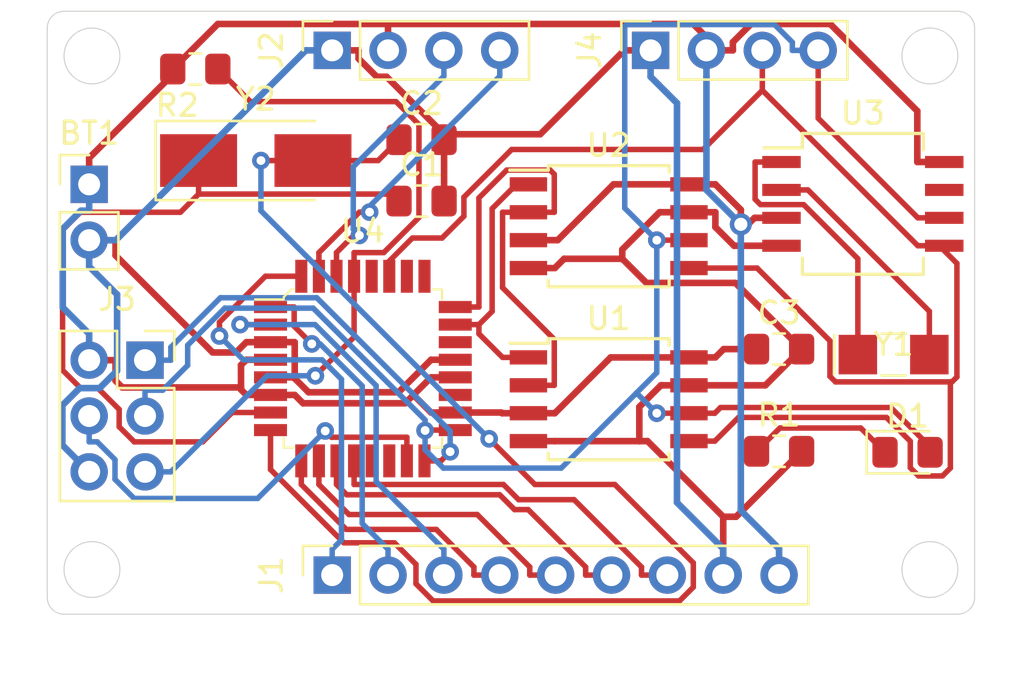
<source format=kicad_pcb>
(kicad_pcb (version 20171130) (host pcbnew "(5.1.4)-1")

  (general
    (thickness 1.6)
    (drawings 12)
    (tracks 371)
    (zones 0)
    (modules 17)
    (nets 32)
  )

  (page A4)
  (title_block
    (title Project_3_BACEE)
    (date 2019-09-21)
    (rev v1.0)
    (company "Future tehcnological solutions SIA")
    (comment 1 www.ftechnologicals.com)
    (comment 2 "Janis Henins")
  )

  (layers
    (0 F.Cu signal)
    (31 B.Cu mixed)
    (32 B.Adhes user)
    (33 F.Adhes user)
    (34 B.Paste user)
    (35 F.Paste user)
    (36 B.SilkS user)
    (37 F.SilkS user)
    (38 B.Mask user)
    (39 F.Mask user)
    (40 Dwgs.User user)
    (41 Cmts.User user)
    (42 Eco1.User user)
    (43 Eco2.User user)
    (44 Edge.Cuts user)
    (45 Margin user)
    (46 B.CrtYd user)
    (47 F.CrtYd user)
    (48 B.Fab user)
    (49 F.Fab user)
  )

  (setup
    (last_trace_width 0.25)
    (user_trace_width 0.3)
    (trace_clearance 0.2)
    (zone_clearance 0.508)
    (zone_45_only no)
    (trace_min 0.2)
    (via_size 0.8)
    (via_drill 0.4)
    (via_min_size 0.4)
    (via_min_drill 0.3)
    (user_via 1 0.6)
    (uvia_size 0.3)
    (uvia_drill 0.1)
    (uvias_allowed no)
    (uvia_min_size 0.2)
    (uvia_min_drill 0.1)
    (edge_width 0.05)
    (segment_width 0.2)
    (pcb_text_width 0.3)
    (pcb_text_size 1.5 1.5)
    (mod_edge_width 0.12)
    (mod_text_size 1 1)
    (mod_text_width 0.15)
    (pad_size 1.524 1.524)
    (pad_drill 0.762)
    (pad_to_mask_clearance 0.051)
    (solder_mask_min_width 0.25)
    (aux_axis_origin 0 0)
    (visible_elements 7FFFFFFF)
    (pcbplotparams
      (layerselection 0x010fc_ffffffff)
      (usegerberextensions false)
      (usegerberattributes false)
      (usegerberadvancedattributes false)
      (creategerberjobfile false)
      (excludeedgelayer true)
      (linewidth 0.100000)
      (plotframeref false)
      (viasonmask false)
      (mode 1)
      (useauxorigin false)
      (hpglpennumber 1)
      (hpglpenspeed 20)
      (hpglpendiameter 15.000000)
      (psnegative false)
      (psa4output false)
      (plotreference true)
      (plotvalue true)
      (plotinvisibletext false)
      (padsonsilk false)
      (subtractmaskfromsilk false)
      (outputformat 1)
      (mirror false)
      (drillshape 1)
      (scaleselection 1)
      (outputdirectory ""))
  )

  (net 0 "")
  (net 1 /Vcc)
  (net 2 GNDPWR)
  (net 3 "Net-(C1-Pad1)")
  (net 4 "Net-(C2-Pad1)")
  (net 5 "Net-(D1-Pad1)")
  (net 6 /SCK)
  (net 7 /D2)
  (net 8 /D3)
  (net 9 /D4)
  (net 10 /D5)
  (net 11 /D6)
  (net 12 /D7)
  (net 13 /D8)
  (net 14 /TX)
  (net 15 /RX)
  (net 16 /MISO)
  (net 17 /MOSI)
  (net 18 /RST)
  (net 19 /SDA)
  (net 20 /ADDS1)
  (net 21 /ADDS2)
  (net 22 "Net-(U3-Pad1)")
  (net 23 "Net-(U3-Pad2)")
  (net 24 "Net-(U3-Pad7)")
  (net 25 "Net-(U4-Pad13)")
  (net 26 "Net-(U4-Pad14)")
  (net 27 "Net-(U4-Pad19)")
  (net 28 "Net-(U4-Pad22)")
  (net 29 "Net-(U4-Pad25)")
  (net 30 "Net-(U4-Pad26)")
  (net 31 "Net-(U4-Pad28)")

  (net_class Default "This is the default net class."
    (clearance 0.2)
    (trace_width 0.25)
    (via_dia 0.8)
    (via_drill 0.4)
    (uvia_dia 0.3)
    (uvia_drill 0.1)
    (add_net /ADDS1)
    (add_net /ADDS2)
    (add_net /D2)
    (add_net /D3)
    (add_net /D4)
    (add_net /D5)
    (add_net /D6)
    (add_net /D7)
    (add_net /D8)
    (add_net /MISO)
    (add_net /MOSI)
    (add_net /RST)
    (add_net /RX)
    (add_net /SCK)
    (add_net /SDA)
    (add_net /TX)
    (add_net "Net-(C1-Pad1)")
    (add_net "Net-(C2-Pad1)")
    (add_net "Net-(D1-Pad1)")
    (add_net "Net-(U3-Pad1)")
    (add_net "Net-(U3-Pad2)")
    (add_net "Net-(U3-Pad7)")
    (add_net "Net-(U4-Pad13)")
    (add_net "Net-(U4-Pad14)")
    (add_net "Net-(U4-Pad19)")
    (add_net "Net-(U4-Pad22)")
    (add_net "Net-(U4-Pad25)")
    (add_net "Net-(U4-Pad26)")
    (add_net "Net-(U4-Pad28)")
  )

  (net_class Power ""
    (clearance 0.2)
    (trace_width 0.3)
    (via_dia 1)
    (via_drill 0.6)
    (uvia_dia 0.3)
    (uvia_drill 0.1)
    (add_net /Vcc)
    (add_net GNDPWR)
  )

  (module Connector_PinHeader_2.54mm:PinHeader_1x02_P2.54mm_Vertical (layer F.Cu) (tedit 59FED5CC) (tstamp 5D861D75)
    (at 112.903 93.98)
    (descr "Through hole straight pin header, 1x02, 2.54mm pitch, single row")
    (tags "Through hole pin header THT 1x02 2.54mm single row")
    (path /5D8368FA)
    (fp_text reference BT1 (at 0 -2.33) (layer F.SilkS)
      (effects (font (size 1 1) (thickness 0.15)))
    )
    (fp_text value "Battery 3V" (at 0 4.87) (layer F.Fab)
      (effects (font (size 1 1) (thickness 0.15)))
    )
    (fp_line (start -0.635 -1.27) (end 1.27 -1.27) (layer F.Fab) (width 0.1))
    (fp_line (start 1.27 -1.27) (end 1.27 3.81) (layer F.Fab) (width 0.1))
    (fp_line (start 1.27 3.81) (end -1.27 3.81) (layer F.Fab) (width 0.1))
    (fp_line (start -1.27 3.81) (end -1.27 -0.635) (layer F.Fab) (width 0.1))
    (fp_line (start -1.27 -0.635) (end -0.635 -1.27) (layer F.Fab) (width 0.1))
    (fp_line (start -1.33 3.87) (end 1.33 3.87) (layer F.SilkS) (width 0.12))
    (fp_line (start -1.33 1.27) (end -1.33 3.87) (layer F.SilkS) (width 0.12))
    (fp_line (start 1.33 1.27) (end 1.33 3.87) (layer F.SilkS) (width 0.12))
    (fp_line (start -1.33 1.27) (end 1.33 1.27) (layer F.SilkS) (width 0.12))
    (fp_line (start -1.33 0) (end -1.33 -1.33) (layer F.SilkS) (width 0.12))
    (fp_line (start -1.33 -1.33) (end 0 -1.33) (layer F.SilkS) (width 0.12))
    (fp_line (start -1.8 -1.8) (end -1.8 4.35) (layer F.CrtYd) (width 0.05))
    (fp_line (start -1.8 4.35) (end 1.8 4.35) (layer F.CrtYd) (width 0.05))
    (fp_line (start 1.8 4.35) (end 1.8 -1.8) (layer F.CrtYd) (width 0.05))
    (fp_line (start 1.8 -1.8) (end -1.8 -1.8) (layer F.CrtYd) (width 0.05))
    (fp_text user %R (at 0 1.27 90) (layer F.Fab)
      (effects (font (size 1 1) (thickness 0.15)))
    )
    (pad 1 thru_hole rect (at 0 0) (size 1.7 1.7) (drill 1) (layers *.Cu *.Mask)
      (net 1 /Vcc))
    (pad 2 thru_hole oval (at 0 2.54) (size 1.7 1.7) (drill 1) (layers *.Cu *.Mask)
      (net 2 GNDPWR))
    (model ${KISYS3DMOD}/Connector_PinHeader_2.54mm.3dshapes/PinHeader_1x02_P2.54mm_Vertical.wrl
      (at (xyz 0 0 0))
      (scale (xyz 1 1 1))
      (rotate (xyz 0 0 0))
    )
  )

  (module Capacitor_SMD:C_0805_2012Metric_Pad1.15x1.40mm_HandSolder (layer F.Cu) (tedit 5B36C52B) (tstamp 5D861D86)
    (at 128.016 94.742)
    (descr "Capacitor SMD 0805 (2012 Metric), square (rectangular) end terminal, IPC_7351 nominal with elongated pad for handsoldering. (Body size source: https://docs.google.com/spreadsheets/d/1BsfQQcO9C6DZCsRaXUlFlo91Tg2WpOkGARC1WS5S8t0/edit?usp=sharing), generated with kicad-footprint-generator")
    (tags "capacitor handsolder")
    (path /5D837139)
    (attr smd)
    (fp_text reference C1 (at 0 -1.65) (layer F.SilkS)
      (effects (font (size 1 1) (thickness 0.15)))
    )
    (fp_text value 22pF (at 0 1.65) (layer F.Fab)
      (effects (font (size 1 1) (thickness 0.15)))
    )
    (fp_line (start -1 0.6) (end -1 -0.6) (layer F.Fab) (width 0.1))
    (fp_line (start -1 -0.6) (end 1 -0.6) (layer F.Fab) (width 0.1))
    (fp_line (start 1 -0.6) (end 1 0.6) (layer F.Fab) (width 0.1))
    (fp_line (start 1 0.6) (end -1 0.6) (layer F.Fab) (width 0.1))
    (fp_line (start -0.261252 -0.71) (end 0.261252 -0.71) (layer F.SilkS) (width 0.12))
    (fp_line (start -0.261252 0.71) (end 0.261252 0.71) (layer F.SilkS) (width 0.12))
    (fp_line (start -1.85 0.95) (end -1.85 -0.95) (layer F.CrtYd) (width 0.05))
    (fp_line (start -1.85 -0.95) (end 1.85 -0.95) (layer F.CrtYd) (width 0.05))
    (fp_line (start 1.85 -0.95) (end 1.85 0.95) (layer F.CrtYd) (width 0.05))
    (fp_line (start 1.85 0.95) (end -1.85 0.95) (layer F.CrtYd) (width 0.05))
    (fp_text user %R (at 0 0) (layer F.Fab)
      (effects (font (size 0.5 0.5) (thickness 0.08)))
    )
    (pad 1 smd roundrect (at -1.025 0) (size 1.15 1.4) (layers F.Cu F.Paste F.Mask) (roundrect_rratio 0.217391)
      (net 3 "Net-(C1-Pad1)"))
    (pad 2 smd roundrect (at 1.025 0) (size 1.15 1.4) (layers F.Cu F.Paste F.Mask) (roundrect_rratio 0.217391)
      (net 2 GNDPWR))
    (model ${KISYS3DMOD}/Capacitor_SMD.3dshapes/C_0805_2012Metric.wrl
      (at (xyz 0 0 0))
      (scale (xyz 1 1 1))
      (rotate (xyz 0 0 0))
    )
  )

  (module Capacitor_SMD:C_0805_2012Metric_Pad1.15x1.40mm_HandSolder (layer F.Cu) (tedit 5B36C52B) (tstamp 5D861D97)
    (at 128.016 91.948)
    (descr "Capacitor SMD 0805 (2012 Metric), square (rectangular) end terminal, IPC_7351 nominal with elongated pad for handsoldering. (Body size source: https://docs.google.com/spreadsheets/d/1BsfQQcO9C6DZCsRaXUlFlo91Tg2WpOkGARC1WS5S8t0/edit?usp=sharing), generated with kicad-footprint-generator")
    (tags "capacitor handsolder")
    (path /5D837758)
    (attr smd)
    (fp_text reference C2 (at 0 -1.65) (layer F.SilkS)
      (effects (font (size 1 1) (thickness 0.15)))
    )
    (fp_text value 22pF (at 0 1.65) (layer F.Fab)
      (effects (font (size 1 1) (thickness 0.15)))
    )
    (fp_line (start -1 0.6) (end -1 -0.6) (layer F.Fab) (width 0.1))
    (fp_line (start -1 -0.6) (end 1 -0.6) (layer F.Fab) (width 0.1))
    (fp_line (start 1 -0.6) (end 1 0.6) (layer F.Fab) (width 0.1))
    (fp_line (start 1 0.6) (end -1 0.6) (layer F.Fab) (width 0.1))
    (fp_line (start -0.261252 -0.71) (end 0.261252 -0.71) (layer F.SilkS) (width 0.12))
    (fp_line (start -0.261252 0.71) (end 0.261252 0.71) (layer F.SilkS) (width 0.12))
    (fp_line (start -1.85 0.95) (end -1.85 -0.95) (layer F.CrtYd) (width 0.05))
    (fp_line (start -1.85 -0.95) (end 1.85 -0.95) (layer F.CrtYd) (width 0.05))
    (fp_line (start 1.85 -0.95) (end 1.85 0.95) (layer F.CrtYd) (width 0.05))
    (fp_line (start 1.85 0.95) (end -1.85 0.95) (layer F.CrtYd) (width 0.05))
    (fp_text user %R (at 0 0) (layer F.Fab)
      (effects (font (size 0.5 0.5) (thickness 0.08)))
    )
    (pad 1 smd roundrect (at -1.025 0) (size 1.15 1.4) (layers F.Cu F.Paste F.Mask) (roundrect_rratio 0.217391)
      (net 4 "Net-(C2-Pad1)"))
    (pad 2 smd roundrect (at 1.025 0) (size 1.15 1.4) (layers F.Cu F.Paste F.Mask) (roundrect_rratio 0.217391)
      (net 2 GNDPWR))
    (model ${KISYS3DMOD}/Capacitor_SMD.3dshapes/C_0805_2012Metric.wrl
      (at (xyz 0 0 0))
      (scale (xyz 1 1 1))
      (rotate (xyz 0 0 0))
    )
  )

  (module Capacitor_SMD:C_0805_2012Metric_Pad1.15x1.40mm_HandSolder (layer F.Cu) (tedit 5B36C52B) (tstamp 5D861DA8)
    (at 144.272 101.477)
    (descr "Capacitor SMD 0805 (2012 Metric), square (rectangular) end terminal, IPC_7351 nominal with elongated pad for handsoldering. (Body size source: https://docs.google.com/spreadsheets/d/1BsfQQcO9C6DZCsRaXUlFlo91Tg2WpOkGARC1WS5S8t0/edit?usp=sharing), generated with kicad-footprint-generator")
    (tags "capacitor handsolder")
    (path /5D837C3D)
    (attr smd)
    (fp_text reference C3 (at 0 -1.65) (layer F.SilkS)
      (effects (font (size 1 1) (thickness 0.15)))
    )
    (fp_text value 10uF (at 0 1.65) (layer F.Fab)
      (effects (font (size 1 1) (thickness 0.15)))
    )
    (fp_text user %R (at 0 0) (layer F.Fab)
      (effects (font (size 0.5 0.5) (thickness 0.08)))
    )
    (fp_line (start 1.85 0.95) (end -1.85 0.95) (layer F.CrtYd) (width 0.05))
    (fp_line (start 1.85 -0.95) (end 1.85 0.95) (layer F.CrtYd) (width 0.05))
    (fp_line (start -1.85 -0.95) (end 1.85 -0.95) (layer F.CrtYd) (width 0.05))
    (fp_line (start -1.85 0.95) (end -1.85 -0.95) (layer F.CrtYd) (width 0.05))
    (fp_line (start -0.261252 0.71) (end 0.261252 0.71) (layer F.SilkS) (width 0.12))
    (fp_line (start -0.261252 -0.71) (end 0.261252 -0.71) (layer F.SilkS) (width 0.12))
    (fp_line (start 1 0.6) (end -1 0.6) (layer F.Fab) (width 0.1))
    (fp_line (start 1 -0.6) (end 1 0.6) (layer F.Fab) (width 0.1))
    (fp_line (start -1 -0.6) (end 1 -0.6) (layer F.Fab) (width 0.1))
    (fp_line (start -1 0.6) (end -1 -0.6) (layer F.Fab) (width 0.1))
    (pad 2 smd roundrect (at 1.025 0) (size 1.15 1.4) (layers F.Cu F.Paste F.Mask) (roundrect_rratio 0.217391)
      (net 2 GNDPWR))
    (pad 1 smd roundrect (at -1.025 0) (size 1.15 1.4) (layers F.Cu F.Paste F.Mask) (roundrect_rratio 0.217391)
      (net 1 /Vcc))
    (model ${KISYS3DMOD}/Capacitor_SMD.3dshapes/C_0805_2012Metric.wrl
      (at (xyz 0 0 0))
      (scale (xyz 1 1 1))
      (rotate (xyz 0 0 0))
    )
  )

  (module LED_SMD:LED_0805_2012Metric_Pad1.15x1.40mm_HandSolder (layer F.Cu) (tedit 5B4B45C9) (tstamp 5D861DBB)
    (at 150.114 106.172)
    (descr "LED SMD 0805 (2012 Metric), square (rectangular) end terminal, IPC_7351 nominal, (Body size source: https://docs.google.com/spreadsheets/d/1BsfQQcO9C6DZCsRaXUlFlo91Tg2WpOkGARC1WS5S8t0/edit?usp=sharing), generated with kicad-footprint-generator")
    (tags "LED handsolder")
    (path /5D8380C0)
    (attr smd)
    (fp_text reference D1 (at 0 -1.65) (layer F.SilkS)
      (effects (font (size 1 1) (thickness 0.15)))
    )
    (fp_text value LED (at 0 1.65) (layer F.Fab)
      (effects (font (size 1 1) (thickness 0.15)))
    )
    (fp_line (start 1 -0.6) (end -0.7 -0.6) (layer F.Fab) (width 0.1))
    (fp_line (start -0.7 -0.6) (end -1 -0.3) (layer F.Fab) (width 0.1))
    (fp_line (start -1 -0.3) (end -1 0.6) (layer F.Fab) (width 0.1))
    (fp_line (start -1 0.6) (end 1 0.6) (layer F.Fab) (width 0.1))
    (fp_line (start 1 0.6) (end 1 -0.6) (layer F.Fab) (width 0.1))
    (fp_line (start 1 -0.96) (end -1.86 -0.96) (layer F.SilkS) (width 0.12))
    (fp_line (start -1.86 -0.96) (end -1.86 0.96) (layer F.SilkS) (width 0.12))
    (fp_line (start -1.86 0.96) (end 1 0.96) (layer F.SilkS) (width 0.12))
    (fp_line (start -1.85 0.95) (end -1.85 -0.95) (layer F.CrtYd) (width 0.05))
    (fp_line (start -1.85 -0.95) (end 1.85 -0.95) (layer F.CrtYd) (width 0.05))
    (fp_line (start 1.85 -0.95) (end 1.85 0.95) (layer F.CrtYd) (width 0.05))
    (fp_line (start 1.85 0.95) (end -1.85 0.95) (layer F.CrtYd) (width 0.05))
    (fp_text user %R (at 0 0) (layer F.Fab)
      (effects (font (size 0.5 0.5) (thickness 0.08)))
    )
    (pad 1 smd roundrect (at -1.025 0) (size 1.15 1.4) (layers F.Cu F.Paste F.Mask) (roundrect_rratio 0.217391)
      (net 5 "Net-(D1-Pad1)"))
    (pad 2 smd roundrect (at 1.025 0) (size 1.15 1.4) (layers F.Cu F.Paste F.Mask) (roundrect_rratio 0.217391)
      (net 6 /SCK))
    (model ${KISYS3DMOD}/LED_SMD.3dshapes/LED_0805_2012Metric.wrl
      (at (xyz 0 0 0))
      (scale (xyz 1 1 1))
      (rotate (xyz 0 0 0))
    )
  )

  (module Connector_PinSocket_2.54mm:PinSocket_1x09_P2.54mm_Vertical (layer F.Cu) (tedit 5A19A431) (tstamp 5D861DD8)
    (at 123.952 111.76 90)
    (descr "Through hole straight socket strip, 1x09, 2.54mm pitch, single row (from Kicad 4.0.7), script generated")
    (tags "Through hole socket strip THT 1x09 2.54mm single row")
    (path /5D83B0D5/5D8491A9)
    (fp_text reference J1 (at 0 -2.77 90) (layer F.SilkS)
      (effects (font (size 1 1) (thickness 0.15)))
    )
    (fp_text value "Digital pins" (at 0 23.09 90) (layer F.Fab)
      (effects (font (size 1 1) (thickness 0.15)))
    )
    (fp_line (start -1.27 -1.27) (end 0.635 -1.27) (layer F.Fab) (width 0.1))
    (fp_line (start 0.635 -1.27) (end 1.27 -0.635) (layer F.Fab) (width 0.1))
    (fp_line (start 1.27 -0.635) (end 1.27 21.59) (layer F.Fab) (width 0.1))
    (fp_line (start 1.27 21.59) (end -1.27 21.59) (layer F.Fab) (width 0.1))
    (fp_line (start -1.27 21.59) (end -1.27 -1.27) (layer F.Fab) (width 0.1))
    (fp_line (start -1.33 1.27) (end 1.33 1.27) (layer F.SilkS) (width 0.12))
    (fp_line (start -1.33 1.27) (end -1.33 21.65) (layer F.SilkS) (width 0.12))
    (fp_line (start -1.33 21.65) (end 1.33 21.65) (layer F.SilkS) (width 0.12))
    (fp_line (start 1.33 1.27) (end 1.33 21.65) (layer F.SilkS) (width 0.12))
    (fp_line (start 1.33 -1.33) (end 1.33 0) (layer F.SilkS) (width 0.12))
    (fp_line (start 0 -1.33) (end 1.33 -1.33) (layer F.SilkS) (width 0.12))
    (fp_line (start -1.8 -1.8) (end 1.75 -1.8) (layer F.CrtYd) (width 0.05))
    (fp_line (start 1.75 -1.8) (end 1.75 22.1) (layer F.CrtYd) (width 0.05))
    (fp_line (start 1.75 22.1) (end -1.8 22.1) (layer F.CrtYd) (width 0.05))
    (fp_line (start -1.8 22.1) (end -1.8 -1.8) (layer F.CrtYd) (width 0.05))
    (fp_text user %R (at 0 10.16) (layer F.Fab)
      (effects (font (size 1 1) (thickness 0.15)))
    )
    (pad 1 thru_hole rect (at 0 0 90) (size 1.7 1.7) (drill 1) (layers *.Cu *.Mask)
      (net 7 /D2))
    (pad 2 thru_hole oval (at 0 2.54 90) (size 1.7 1.7) (drill 1) (layers *.Cu *.Mask)
      (net 8 /D3))
    (pad 3 thru_hole oval (at 0 5.08 90) (size 1.7 1.7) (drill 1) (layers *.Cu *.Mask)
      (net 9 /D4))
    (pad 4 thru_hole oval (at 0 7.62 90) (size 1.7 1.7) (drill 1) (layers *.Cu *.Mask)
      (net 10 /D5))
    (pad 5 thru_hole oval (at 0 10.16 90) (size 1.7 1.7) (drill 1) (layers *.Cu *.Mask)
      (net 11 /D6))
    (pad 6 thru_hole oval (at 0 12.7 90) (size 1.7 1.7) (drill 1) (layers *.Cu *.Mask)
      (net 12 /D7))
    (pad 7 thru_hole oval (at 0 15.24 90) (size 1.7 1.7) (drill 1) (layers *.Cu *.Mask)
      (net 13 /D8))
    (pad 8 thru_hole oval (at 0 17.78 90) (size 1.7 1.7) (drill 1) (layers *.Cu *.Mask)
      (net 2 GNDPWR))
    (pad 9 thru_hole oval (at 0 20.32 90) (size 1.7 1.7) (drill 1) (layers *.Cu *.Mask)
      (net 1 /Vcc))
    (model ${KISYS3DMOD}/Connector_PinSocket_2.54mm.3dshapes/PinSocket_1x09_P2.54mm_Vertical.wrl
      (at (xyz 0 0 0))
      (scale (xyz 1 1 1))
      (rotate (xyz 0 0 0))
    )
  )

  (module Connector_PinSocket_2.54mm:PinSocket_1x04_P2.54mm_Vertical (layer F.Cu) (tedit 5A19A429) (tstamp 5D861DF0)
    (at 123.952 87.884 90)
    (descr "Through hole straight socket strip, 1x04, 2.54mm pitch, single row (from Kicad 4.0.7), script generated")
    (tags "Through hole socket strip THT 1x04 2.54mm single row")
    (path /5D83B0D5/5D848B48)
    (fp_text reference J2 (at 0 -2.77 90) (layer F.SilkS)
      (effects (font (size 1 1) (thickness 0.15)))
    )
    (fp_text value Serial (at 0 10.39 90) (layer F.Fab)
      (effects (font (size 1 1) (thickness 0.15)))
    )
    (fp_text user %R (at 0 3.81) (layer F.Fab)
      (effects (font (size 1 1) (thickness 0.15)))
    )
    (fp_line (start -1.8 9.4) (end -1.8 -1.8) (layer F.CrtYd) (width 0.05))
    (fp_line (start 1.75 9.4) (end -1.8 9.4) (layer F.CrtYd) (width 0.05))
    (fp_line (start 1.75 -1.8) (end 1.75 9.4) (layer F.CrtYd) (width 0.05))
    (fp_line (start -1.8 -1.8) (end 1.75 -1.8) (layer F.CrtYd) (width 0.05))
    (fp_line (start 0 -1.33) (end 1.33 -1.33) (layer F.SilkS) (width 0.12))
    (fp_line (start 1.33 -1.33) (end 1.33 0) (layer F.SilkS) (width 0.12))
    (fp_line (start 1.33 1.27) (end 1.33 8.95) (layer F.SilkS) (width 0.12))
    (fp_line (start -1.33 8.95) (end 1.33 8.95) (layer F.SilkS) (width 0.12))
    (fp_line (start -1.33 1.27) (end -1.33 8.95) (layer F.SilkS) (width 0.12))
    (fp_line (start -1.33 1.27) (end 1.33 1.27) (layer F.SilkS) (width 0.12))
    (fp_line (start -1.27 8.89) (end -1.27 -1.27) (layer F.Fab) (width 0.1))
    (fp_line (start 1.27 8.89) (end -1.27 8.89) (layer F.Fab) (width 0.1))
    (fp_line (start 1.27 -0.635) (end 1.27 8.89) (layer F.Fab) (width 0.1))
    (fp_line (start 0.635 -1.27) (end 1.27 -0.635) (layer F.Fab) (width 0.1))
    (fp_line (start -1.27 -1.27) (end 0.635 -1.27) (layer F.Fab) (width 0.1))
    (pad 4 thru_hole oval (at 0 7.62 90) (size 1.7 1.7) (drill 1) (layers *.Cu *.Mask)
      (net 14 /TX))
    (pad 3 thru_hole oval (at 0 5.08 90) (size 1.7 1.7) (drill 1) (layers *.Cu *.Mask)
      (net 15 /RX))
    (pad 2 thru_hole oval (at 0 2.54 90) (size 1.7 1.7) (drill 1) (layers *.Cu *.Mask)
      (net 1 /Vcc))
    (pad 1 thru_hole rect (at 0 0 90) (size 1.7 1.7) (drill 1) (layers *.Cu *.Mask)
      (net 2 GNDPWR))
    (model ${KISYS3DMOD}/Connector_PinSocket_2.54mm.3dshapes/PinSocket_1x04_P2.54mm_Vertical.wrl
      (at (xyz 0 0 0))
      (scale (xyz 1 1 1))
      (rotate (xyz 0 0 0))
    )
  )

  (module Connector_PinSocket_2.54mm:PinSocket_2x03_P2.54mm_Vertical (layer F.Cu) (tedit 5A19A425) (tstamp 5D861E0C)
    (at 115.443 101.981)
    (descr "Through hole straight socket strip, 2x03, 2.54mm pitch, double cols (from Kicad 4.0.7), script generated")
    (tags "Through hole socket strip THT 2x03 2.54mm double row")
    (path /5D83B0D5/5D848220)
    (fp_text reference J3 (at -1.27 -2.77) (layer F.SilkS)
      (effects (font (size 1 1) (thickness 0.15)))
    )
    (fp_text value ICSP (at -1.27 7.85) (layer F.Fab)
      (effects (font (size 1 1) (thickness 0.15)))
    )
    (fp_line (start -3.81 -1.27) (end 0.27 -1.27) (layer F.Fab) (width 0.1))
    (fp_line (start 0.27 -1.27) (end 1.27 -0.27) (layer F.Fab) (width 0.1))
    (fp_line (start 1.27 -0.27) (end 1.27 6.35) (layer F.Fab) (width 0.1))
    (fp_line (start 1.27 6.35) (end -3.81 6.35) (layer F.Fab) (width 0.1))
    (fp_line (start -3.81 6.35) (end -3.81 -1.27) (layer F.Fab) (width 0.1))
    (fp_line (start -3.87 -1.33) (end -1.27 -1.33) (layer F.SilkS) (width 0.12))
    (fp_line (start -3.87 -1.33) (end -3.87 6.41) (layer F.SilkS) (width 0.12))
    (fp_line (start -3.87 6.41) (end 1.33 6.41) (layer F.SilkS) (width 0.12))
    (fp_line (start 1.33 1.27) (end 1.33 6.41) (layer F.SilkS) (width 0.12))
    (fp_line (start -1.27 1.27) (end 1.33 1.27) (layer F.SilkS) (width 0.12))
    (fp_line (start -1.27 -1.33) (end -1.27 1.27) (layer F.SilkS) (width 0.12))
    (fp_line (start 1.33 -1.33) (end 1.33 0) (layer F.SilkS) (width 0.12))
    (fp_line (start 0 -1.33) (end 1.33 -1.33) (layer F.SilkS) (width 0.12))
    (fp_line (start -4.34 -1.8) (end 1.76 -1.8) (layer F.CrtYd) (width 0.05))
    (fp_line (start 1.76 -1.8) (end 1.76 6.85) (layer F.CrtYd) (width 0.05))
    (fp_line (start 1.76 6.85) (end -4.34 6.85) (layer F.CrtYd) (width 0.05))
    (fp_line (start -4.34 6.85) (end -4.34 -1.8) (layer F.CrtYd) (width 0.05))
    (fp_text user %R (at -1.27 2.54 90) (layer F.Fab)
      (effects (font (size 1 1) (thickness 0.15)))
    )
    (pad 1 thru_hole rect (at 0 0) (size 1.7 1.7) (drill 1) (layers *.Cu *.Mask)
      (net 16 /MISO))
    (pad 2 thru_hole oval (at -2.54 0) (size 1.7 1.7) (drill 1) (layers *.Cu *.Mask)
      (net 1 /Vcc))
    (pad 3 thru_hole oval (at 0 2.54) (size 1.7 1.7) (drill 1) (layers *.Cu *.Mask)
      (net 6 /SCK))
    (pad 4 thru_hole oval (at -2.54 2.54) (size 1.7 1.7) (drill 1) (layers *.Cu *.Mask)
      (net 17 /MOSI))
    (pad 5 thru_hole oval (at 0 5.08) (size 1.7 1.7) (drill 1) (layers *.Cu *.Mask)
      (net 18 /RST))
    (pad 6 thru_hole oval (at -2.54 5.08) (size 1.7 1.7) (drill 1) (layers *.Cu *.Mask)
      (net 2 GNDPWR))
    (model ${KISYS3DMOD}/Connector_PinSocket_2.54mm.3dshapes/PinSocket_2x03_P2.54mm_Vertical.wrl
      (at (xyz 0 0 0))
      (scale (xyz 1 1 1))
      (rotate (xyz 0 0 0))
    )
  )

  (module Connector_PinSocket_2.54mm:PinSocket_1x04_P2.54mm_Vertical (layer F.Cu) (tedit 5A19A429) (tstamp 5D861E24)
    (at 138.43 87.884 90)
    (descr "Through hole straight socket strip, 1x04, 2.54mm pitch, single row (from Kicad 4.0.7), script generated")
    (tags "Through hole socket strip THT 1x04 2.54mm single row")
    (path /5D83B0D5/5D849E1D)
    (fp_text reference J4 (at 0 -2.77 90) (layer F.SilkS)
      (effects (font (size 1 1) (thickness 0.15)))
    )
    (fp_text value I2C (at 0 10.39 90) (layer F.Fab)
      (effects (font (size 1 1) (thickness 0.15)))
    )
    (fp_line (start -1.27 -1.27) (end 0.635 -1.27) (layer F.Fab) (width 0.1))
    (fp_line (start 0.635 -1.27) (end 1.27 -0.635) (layer F.Fab) (width 0.1))
    (fp_line (start 1.27 -0.635) (end 1.27 8.89) (layer F.Fab) (width 0.1))
    (fp_line (start 1.27 8.89) (end -1.27 8.89) (layer F.Fab) (width 0.1))
    (fp_line (start -1.27 8.89) (end -1.27 -1.27) (layer F.Fab) (width 0.1))
    (fp_line (start -1.33 1.27) (end 1.33 1.27) (layer F.SilkS) (width 0.12))
    (fp_line (start -1.33 1.27) (end -1.33 8.95) (layer F.SilkS) (width 0.12))
    (fp_line (start -1.33 8.95) (end 1.33 8.95) (layer F.SilkS) (width 0.12))
    (fp_line (start 1.33 1.27) (end 1.33 8.95) (layer F.SilkS) (width 0.12))
    (fp_line (start 1.33 -1.33) (end 1.33 0) (layer F.SilkS) (width 0.12))
    (fp_line (start 0 -1.33) (end 1.33 -1.33) (layer F.SilkS) (width 0.12))
    (fp_line (start -1.8 -1.8) (end 1.75 -1.8) (layer F.CrtYd) (width 0.05))
    (fp_line (start 1.75 -1.8) (end 1.75 9.4) (layer F.CrtYd) (width 0.05))
    (fp_line (start 1.75 9.4) (end -1.8 9.4) (layer F.CrtYd) (width 0.05))
    (fp_line (start -1.8 9.4) (end -1.8 -1.8) (layer F.CrtYd) (width 0.05))
    (fp_text user %R (at 0 3.81) (layer F.Fab)
      (effects (font (size 1 1) (thickness 0.15)))
    )
    (pad 1 thru_hole rect (at 0 0 90) (size 1.7 1.7) (drill 1) (layers *.Cu *.Mask)
      (net 2 GNDPWR))
    (pad 2 thru_hole oval (at 0 2.54 90) (size 1.7 1.7) (drill 1) (layers *.Cu *.Mask)
      (net 1 /Vcc))
    (pad 3 thru_hole oval (at 0 5.08 90) (size 1.7 1.7) (drill 1) (layers *.Cu *.Mask)
      (net 19 /SDA))
    (pad 4 thru_hole oval (at 0 7.62 90) (size 1.7 1.7) (drill 1) (layers *.Cu *.Mask)
      (net 6 /SCK))
    (model ${KISYS3DMOD}/Connector_PinSocket_2.54mm.3dshapes/PinSocket_1x04_P2.54mm_Vertical.wrl
      (at (xyz 0 0 0))
      (scale (xyz 1 1 1))
      (rotate (xyz 0 0 0))
    )
  )

  (module Resistor_SMD:R_0805_2012Metric_Pad1.15x1.40mm_HandSolder (layer F.Cu) (tedit 5B36C52B) (tstamp 5D861E35)
    (at 144.272 106.127)
    (descr "Resistor SMD 0805 (2012 Metric), square (rectangular) end terminal, IPC_7351 nominal with elongated pad for handsoldering. (Body size source: https://docs.google.com/spreadsheets/d/1BsfQQcO9C6DZCsRaXUlFlo91Tg2WpOkGARC1WS5S8t0/edit?usp=sharing), generated with kicad-footprint-generator")
    (tags "resistor handsolder")
    (path /5D8396B9)
    (attr smd)
    (fp_text reference R1 (at 0 -1.65) (layer F.SilkS)
      (effects (font (size 1 1) (thickness 0.15)))
    )
    (fp_text value 330R (at 0 1.65) (layer F.Fab)
      (effects (font (size 1 1) (thickness 0.15)))
    )
    (fp_line (start -1 0.6) (end -1 -0.6) (layer F.Fab) (width 0.1))
    (fp_line (start -1 -0.6) (end 1 -0.6) (layer F.Fab) (width 0.1))
    (fp_line (start 1 -0.6) (end 1 0.6) (layer F.Fab) (width 0.1))
    (fp_line (start 1 0.6) (end -1 0.6) (layer F.Fab) (width 0.1))
    (fp_line (start -0.261252 -0.71) (end 0.261252 -0.71) (layer F.SilkS) (width 0.12))
    (fp_line (start -0.261252 0.71) (end 0.261252 0.71) (layer F.SilkS) (width 0.12))
    (fp_line (start -1.85 0.95) (end -1.85 -0.95) (layer F.CrtYd) (width 0.05))
    (fp_line (start -1.85 -0.95) (end 1.85 -0.95) (layer F.CrtYd) (width 0.05))
    (fp_line (start 1.85 -0.95) (end 1.85 0.95) (layer F.CrtYd) (width 0.05))
    (fp_line (start 1.85 0.95) (end -1.85 0.95) (layer F.CrtYd) (width 0.05))
    (fp_text user %R (at 0 0) (layer F.Fab)
      (effects (font (size 0.5 0.5) (thickness 0.08)))
    )
    (pad 1 smd roundrect (at -1.025 0) (size 1.15 1.4) (layers F.Cu F.Paste F.Mask) (roundrect_rratio 0.217391)
      (net 5 "Net-(D1-Pad1)"))
    (pad 2 smd roundrect (at 1.025 0) (size 1.15 1.4) (layers F.Cu F.Paste F.Mask) (roundrect_rratio 0.217391)
      (net 2 GNDPWR))
    (model ${KISYS3DMOD}/Resistor_SMD.3dshapes/R_0805_2012Metric.wrl
      (at (xyz 0 0 0))
      (scale (xyz 1 1 1))
      (rotate (xyz 0 0 0))
    )
  )

  (module Resistor_SMD:R_0805_2012Metric_Pad1.15x1.40mm_HandSolder (layer F.Cu) (tedit 5B36C52B) (tstamp 5D861E46)
    (at 117.729 88.734 180)
    (descr "Resistor SMD 0805 (2012 Metric), square (rectangular) end terminal, IPC_7351 nominal with elongated pad for handsoldering. (Body size source: https://docs.google.com/spreadsheets/d/1BsfQQcO9C6DZCsRaXUlFlo91Tg2WpOkGARC1WS5S8t0/edit?usp=sharing), generated with kicad-footprint-generator")
    (tags "resistor handsolder")
    (path /5D839B71)
    (attr smd)
    (fp_text reference R2 (at 0.823811 -1.65) (layer F.SilkS)
      (effects (font (size 1 1) (thickness 0.15)))
    )
    (fp_text value 10k (at 0 1.65) (layer F.Fab)
      (effects (font (size 1 1) (thickness 0.15)))
    )
    (fp_text user %R (at 0 0) (layer F.Fab)
      (effects (font (size 0.5 0.5) (thickness 0.08)))
    )
    (fp_line (start 1.85 0.95) (end -1.85 0.95) (layer F.CrtYd) (width 0.05))
    (fp_line (start 1.85 -0.95) (end 1.85 0.95) (layer F.CrtYd) (width 0.05))
    (fp_line (start -1.85 -0.95) (end 1.85 -0.95) (layer F.CrtYd) (width 0.05))
    (fp_line (start -1.85 0.95) (end -1.85 -0.95) (layer F.CrtYd) (width 0.05))
    (fp_line (start -0.261252 0.71) (end 0.261252 0.71) (layer F.SilkS) (width 0.12))
    (fp_line (start -0.261252 -0.71) (end 0.261252 -0.71) (layer F.SilkS) (width 0.12))
    (fp_line (start 1 0.6) (end -1 0.6) (layer F.Fab) (width 0.1))
    (fp_line (start 1 -0.6) (end 1 0.6) (layer F.Fab) (width 0.1))
    (fp_line (start -1 -0.6) (end 1 -0.6) (layer F.Fab) (width 0.1))
    (fp_line (start -1 0.6) (end -1 -0.6) (layer F.Fab) (width 0.1))
    (pad 2 smd roundrect (at 1.025 0 180) (size 1.15 1.4) (layers F.Cu F.Paste F.Mask) (roundrect_rratio 0.217391)
      (net 1 /Vcc))
    (pad 1 smd roundrect (at -1.025 0 180) (size 1.15 1.4) (layers F.Cu F.Paste F.Mask) (roundrect_rratio 0.217391)
      (net 18 /RST))
    (model ${KISYS3DMOD}/Resistor_SMD.3dshapes/R_0805_2012Metric.wrl
      (at (xyz 0 0 0))
      (scale (xyz 1 1 1))
      (rotate (xyz 0 0 0))
    )
  )

  (module Package_SO:SOIJ-8_5.3x5.3mm_P1.27mm (layer F.Cu) (tedit 5A02F2D3) (tstamp 5D861E63)
    (at 136.525 103.759)
    (descr "8-Lead Plastic Small Outline (SM) - Medium, 5.28 mm Body [SOIC] (see Microchip Packaging Specification 00000049BS.pdf)")
    (tags "SOIC 1.27")
    (path /5D83A291)
    (attr smd)
    (fp_text reference U1 (at 0 -3.68) (layer F.SilkS)
      (effects (font (size 1 1) (thickness 0.15)))
    )
    (fp_text value 24LC1025 (at 0 3.68) (layer F.Fab)
      (effects (font (size 1 1) (thickness 0.15)))
    )
    (fp_text user %R (at 0 0) (layer F.Fab)
      (effects (font (size 1 1) (thickness 0.15)))
    )
    (fp_line (start -1.65 -2.65) (end 2.65 -2.65) (layer F.Fab) (width 0.15))
    (fp_line (start 2.65 -2.65) (end 2.65 2.65) (layer F.Fab) (width 0.15))
    (fp_line (start 2.65 2.65) (end -2.65 2.65) (layer F.Fab) (width 0.15))
    (fp_line (start -2.65 2.65) (end -2.65 -1.65) (layer F.Fab) (width 0.15))
    (fp_line (start -2.65 -1.65) (end -1.65 -2.65) (layer F.Fab) (width 0.15))
    (fp_line (start -4.75 -2.95) (end -4.75 2.95) (layer F.CrtYd) (width 0.05))
    (fp_line (start 4.75 -2.95) (end 4.75 2.95) (layer F.CrtYd) (width 0.05))
    (fp_line (start -4.75 -2.95) (end 4.75 -2.95) (layer F.CrtYd) (width 0.05))
    (fp_line (start -4.75 2.95) (end 4.75 2.95) (layer F.CrtYd) (width 0.05))
    (fp_line (start -2.75 -2.755) (end -2.75 -2.55) (layer F.SilkS) (width 0.15))
    (fp_line (start 2.75 -2.755) (end 2.75 -2.455) (layer F.SilkS) (width 0.15))
    (fp_line (start 2.75 2.755) (end 2.75 2.455) (layer F.SilkS) (width 0.15))
    (fp_line (start -2.75 2.755) (end -2.75 2.455) (layer F.SilkS) (width 0.15))
    (fp_line (start -2.75 -2.755) (end 2.75 -2.755) (layer F.SilkS) (width 0.15))
    (fp_line (start -2.75 2.755) (end 2.75 2.755) (layer F.SilkS) (width 0.15))
    (fp_line (start -2.75 -2.55) (end -4.5 -2.55) (layer F.SilkS) (width 0.15))
    (pad 1 smd rect (at -3.65 -1.905) (size 1.7 0.65) (layers F.Cu F.Paste F.Mask)
      (net 20 /ADDS1))
    (pad 2 smd rect (at -3.65 -0.635) (size 1.7 0.65) (layers F.Cu F.Paste F.Mask)
      (net 21 /ADDS2))
    (pad 3 smd rect (at -3.65 0.635) (size 1.7 0.65) (layers F.Cu F.Paste F.Mask)
      (net 1 /Vcc))
    (pad 4 smd rect (at -3.65 1.905) (size 1.7 0.65) (layers F.Cu F.Paste F.Mask)
      (net 2 GNDPWR))
    (pad 5 smd rect (at 3.65 1.905) (size 1.7 0.65) (layers F.Cu F.Paste F.Mask)
      (net 19 /SDA))
    (pad 6 smd rect (at 3.65 0.635) (size 1.7 0.65) (layers F.Cu F.Paste F.Mask)
      (net 6 /SCK))
    (pad 7 smd rect (at 3.65 -0.635) (size 1.7 0.65) (layers F.Cu F.Paste F.Mask)
      (net 2 GNDPWR))
    (pad 8 smd rect (at 3.65 -1.905) (size 1.7 0.65) (layers F.Cu F.Paste F.Mask)
      (net 1 /Vcc))
    (model ${KISYS3DMOD}/Package_SO.3dshapes/SOIJ-8_5.3x5.3mm_P1.27mm.wrl
      (at (xyz 0 0 0))
      (scale (xyz 1 1 1))
      (rotate (xyz 0 0 0))
    )
  )

  (module Package_SO:SOIJ-8_5.3x5.3mm_P1.27mm (layer F.Cu) (tedit 5A02F2D3) (tstamp 5D861E80)
    (at 136.525 95.885)
    (descr "8-Lead Plastic Small Outline (SM) - Medium, 5.28 mm Body [SOIC] (see Microchip Packaging Specification 00000049BS.pdf)")
    (tags "SOIC 1.27")
    (path /5D841166)
    (attr smd)
    (fp_text reference U2 (at 0 -3.68) (layer F.SilkS)
      (effects (font (size 1 1) (thickness 0.15)))
    )
    (fp_text value 24LC1025 (at 0 3.68) (layer F.Fab)
      (effects (font (size 1 1) (thickness 0.15)))
    )
    (fp_line (start -2.75 -2.55) (end -4.5 -2.55) (layer F.SilkS) (width 0.15))
    (fp_line (start -2.75 2.755) (end 2.75 2.755) (layer F.SilkS) (width 0.15))
    (fp_line (start -2.75 -2.755) (end 2.75 -2.755) (layer F.SilkS) (width 0.15))
    (fp_line (start -2.75 2.755) (end -2.75 2.455) (layer F.SilkS) (width 0.15))
    (fp_line (start 2.75 2.755) (end 2.75 2.455) (layer F.SilkS) (width 0.15))
    (fp_line (start 2.75 -2.755) (end 2.75 -2.455) (layer F.SilkS) (width 0.15))
    (fp_line (start -2.75 -2.755) (end -2.75 -2.55) (layer F.SilkS) (width 0.15))
    (fp_line (start -4.75 2.95) (end 4.75 2.95) (layer F.CrtYd) (width 0.05))
    (fp_line (start -4.75 -2.95) (end 4.75 -2.95) (layer F.CrtYd) (width 0.05))
    (fp_line (start 4.75 -2.95) (end 4.75 2.95) (layer F.CrtYd) (width 0.05))
    (fp_line (start -4.75 -2.95) (end -4.75 2.95) (layer F.CrtYd) (width 0.05))
    (fp_line (start -2.65 -1.65) (end -1.65 -2.65) (layer F.Fab) (width 0.15))
    (fp_line (start -2.65 2.65) (end -2.65 -1.65) (layer F.Fab) (width 0.15))
    (fp_line (start 2.65 2.65) (end -2.65 2.65) (layer F.Fab) (width 0.15))
    (fp_line (start 2.65 -2.65) (end 2.65 2.65) (layer F.Fab) (width 0.15))
    (fp_line (start -1.65 -2.65) (end 2.65 -2.65) (layer F.Fab) (width 0.15))
    (fp_text user %R (at 0 0) (layer F.Fab)
      (effects (font (size 1 1) (thickness 0.15)))
    )
    (pad 8 smd rect (at 3.65 -1.905) (size 1.7 0.65) (layers F.Cu F.Paste F.Mask)
      (net 1 /Vcc))
    (pad 7 smd rect (at 3.65 -0.635) (size 1.7 0.65) (layers F.Cu F.Paste F.Mask)
      (net 2 GNDPWR))
    (pad 6 smd rect (at 3.65 0.635) (size 1.7 0.65) (layers F.Cu F.Paste F.Mask)
      (net 6 /SCK))
    (pad 5 smd rect (at 3.65 1.905) (size 1.7 0.65) (layers F.Cu F.Paste F.Mask)
      (net 19 /SDA))
    (pad 4 smd rect (at -3.65 1.905) (size 1.7 0.65) (layers F.Cu F.Paste F.Mask)
      (net 2 GNDPWR))
    (pad 3 smd rect (at -3.65 0.635) (size 1.7 0.65) (layers F.Cu F.Paste F.Mask)
      (net 1 /Vcc))
    (pad 2 smd rect (at -3.65 -0.635) (size 1.7 0.65) (layers F.Cu F.Paste F.Mask)
      (net 21 /ADDS2))
    (pad 1 smd rect (at -3.65 -1.905) (size 1.7 0.65) (layers F.Cu F.Paste F.Mask)
      (net 20 /ADDS1))
    (model ${KISYS3DMOD}/Package_SO.3dshapes/SOIJ-8_5.3x5.3mm_P1.27mm.wrl
      (at (xyz 0 0 0))
      (scale (xyz 1 1 1))
      (rotate (xyz 0 0 0))
    )
  )

  (module Package_SO:SO-8_5.3x6.2mm_P1.27mm (layer F.Cu) (tedit 5A02F2D3) (tstamp 5D861E9D)
    (at 148.082 94.869)
    (descr "8-Lead Plastic Small Outline, 5.3x6.2mm Body (http://www.ti.com.cn/cn/lit/ds/symlink/tl7705a.pdf)")
    (tags "SOIC 1.27")
    (path /5D83D55D)
    (attr smd)
    (fp_text reference U3 (at 0 -4.13) (layer F.SilkS)
      (effects (font (size 1 1) (thickness 0.15)))
    )
    (fp_text value DS1337S+ (at 0 4.13) (layer F.Fab)
      (effects (font (size 1 1) (thickness 0.15)))
    )
    (fp_text user %R (at 0 0) (layer F.Fab)
      (effects (font (size 1 1) (thickness 0.15)))
    )
    (fp_line (start -1.65 -3.1) (end 2.65 -3.1) (layer F.Fab) (width 0.15))
    (fp_line (start 2.65 -3.1) (end 2.65 3.1) (layer F.Fab) (width 0.15))
    (fp_line (start 2.65 3.1) (end -2.65 3.1) (layer F.Fab) (width 0.15))
    (fp_line (start -2.65 3.1) (end -2.65 -2.1) (layer F.Fab) (width 0.15))
    (fp_line (start -2.65 -2.1) (end -1.65 -3.1) (layer F.Fab) (width 0.15))
    (fp_line (start -4.83 -3.35) (end -4.83 3.35) (layer F.CrtYd) (width 0.05))
    (fp_line (start 4.83 -3.35) (end 4.83 3.35) (layer F.CrtYd) (width 0.05))
    (fp_line (start -4.83 -3.35) (end 4.83 -3.35) (layer F.CrtYd) (width 0.05))
    (fp_line (start -4.83 3.35) (end 4.83 3.35) (layer F.CrtYd) (width 0.05))
    (fp_line (start -2.75 -3.205) (end -2.75 -2.55) (layer F.SilkS) (width 0.15))
    (fp_line (start 2.75 -3.205) (end 2.75 -2.455) (layer F.SilkS) (width 0.15))
    (fp_line (start 2.75 3.205) (end 2.75 2.455) (layer F.SilkS) (width 0.15))
    (fp_line (start -2.75 3.205) (end -2.75 2.455) (layer F.SilkS) (width 0.15))
    (fp_line (start -2.75 -3.205) (end 2.75 -3.205) (layer F.SilkS) (width 0.15))
    (fp_line (start -2.75 3.205) (end 2.75 3.205) (layer F.SilkS) (width 0.15))
    (fp_line (start -2.75 -2.55) (end -4.5 -2.55) (layer F.SilkS) (width 0.15))
    (pad 1 smd rect (at -3.7 -1.905) (size 1.75 0.55) (layers F.Cu F.Paste F.Mask)
      (net 22 "Net-(U3-Pad1)"))
    (pad 2 smd rect (at -3.7 -0.635) (size 1.75 0.55) (layers F.Cu F.Paste F.Mask)
      (net 23 "Net-(U3-Pad2)"))
    (pad 3 smd rect (at -3.7 0.635) (size 1.75 0.55) (layers F.Cu F.Paste F.Mask)
      (net 1 /Vcc))
    (pad 4 smd rect (at -3.7 1.905) (size 1.75 0.55) (layers F.Cu F.Paste F.Mask)
      (net 2 GNDPWR))
    (pad 5 smd rect (at 3.7 1.905) (size 1.75 0.55) (layers F.Cu F.Paste F.Mask)
      (net 19 /SDA))
    (pad 6 smd rect (at 3.7 0.635) (size 1.75 0.55) (layers F.Cu F.Paste F.Mask)
      (net 6 /SCK))
    (pad 7 smd rect (at 3.7 -0.635) (size 1.75 0.55) (layers F.Cu F.Paste F.Mask)
      (net 24 "Net-(U3-Pad7)"))
    (pad 8 smd rect (at 3.7 -1.905) (size 1.75 0.55) (layers F.Cu F.Paste F.Mask)
      (net 1 /Vcc))
    (model ${KISYS3DMOD}/Package_SO.3dshapes/SO-8_5.3x6.2mm_P1.27mm.wrl
      (at (xyz 0 0 0))
      (scale (xyz 1 1 1))
      (rotate (xyz 0 0 0))
    )
  )

  (module digikey-footprints:TQFP-32_7x7mm (layer F.Cu) (tedit 5D28AA5E) (tstamp 5D861ED5)
    (at 125.349 102.362)
    (descr http://www.atmel.com/Images/Atmel-8826-SEEPROM-PCB-Mounting-Guidelines-Surface-Mount-Packages-ApplicationNote.pdf)
    (path /5D839D67)
    (attr smd)
    (fp_text reference U4 (at 0 -6.25) (layer F.SilkS)
      (effects (font (size 1 1) (thickness 0.15)))
    )
    (fp_text value ATMEGA328P-AU (at 0 6.2) (layer F.Fab)
      (effects (font (size 1 1) (thickness 0.15)))
    )
    (fp_text user %R (at 0 0) (layer F.Fab)
      (effects (font (size 1 1) (thickness 0.15)))
    )
    (fp_line (start -5.2 5.2) (end 5.2 5.2) (layer F.CrtYd) (width 0.05))
    (fp_line (start -5.2 -5.2) (end -5.2 5.2) (layer F.CrtYd) (width 0.05))
    (fp_line (start 5.2 -5.2) (end 5.2 5.2) (layer F.CrtYd) (width 0.05))
    (fp_line (start -5.2 -5.2) (end 5.2 -5.2) (layer F.CrtYd) (width 0.05))
    (fp_line (start -3.15 -3.6) (end -3.25 -3.6) (layer F.SilkS) (width 0.1))
    (fp_line (start -3.25 -3.6) (end -3.6 -3.25) (layer F.SilkS) (width 0.1))
    (fp_line (start -3.6 -3.25) (end -3.6 -3.15) (layer F.SilkS) (width 0.1))
    (fp_line (start -3.6 -3.15) (end -4.9 -3.15) (layer F.SilkS) (width 0.1))
    (fp_line (start 3.6 -3.6) (end 3.15 -3.6) (layer F.SilkS) (width 0.1))
    (fp_line (start 3.6 -3.6) (end 3.6 -3.15) (layer F.SilkS) (width 0.1))
    (fp_line (start 3.6 3.6) (end 3.6 3.15) (layer F.SilkS) (width 0.1))
    (fp_line (start 3.6 3.6) (end 3.15 3.6) (layer F.SilkS) (width 0.1))
    (fp_line (start -3.6 3.6) (end -3.15 3.6) (layer F.SilkS) (width 0.1))
    (fp_line (start -3.6 3.6) (end -3.6 3.15) (layer F.SilkS) (width 0.1))
    (fp_line (start -3.5 -3.2) (end -3.5 3.5) (layer F.Fab) (width 0.1))
    (fp_line (start -3.2 -3.5) (end 3.5 -3.5) (layer F.Fab) (width 0.1))
    (fp_line (start -3.5 -3.2) (end -3.2 -3.5) (layer F.Fab) (width 0.1))
    (fp_line (start -3.5 3.5) (end 3.5 3.5) (layer F.Fab) (width 0.1))
    (fp_line (start 3.5 -3.5) (end 3.5 3.5) (layer F.Fab) (width 0.1))
    (pad 9 smd rect (at -2.8 4.2) (size 0.55 1.5) (layers F.Cu F.Paste F.Mask)
      (net 10 /D5))
    (pad 1 smd rect (at -4.2 -2.8) (size 1.5 0.55) (layers F.Cu F.Paste F.Mask)
      (net 8 /D3))
    (pad 2 smd rect (at -4.2 -2) (size 1.5 0.55) (layers F.Cu F.Paste F.Mask)
      (net 9 /D4))
    (pad 3 smd rect (at -4.2 -1.2) (size 1.5 0.55) (layers F.Cu F.Paste F.Mask)
      (net 2 GNDPWR))
    (pad 4 smd rect (at -4.2 -0.4) (size 1.5 0.55) (layers F.Cu F.Paste F.Mask)
      (net 1 /Vcc))
    (pad 5 smd rect (at -4.2 0.4) (size 1.5 0.55) (layers F.Cu F.Paste F.Mask)
      (net 2 GNDPWR))
    (pad 6 smd rect (at -4.2 1.2) (size 1.5 0.55) (layers F.Cu F.Paste F.Mask)
      (net 1 /Vcc))
    (pad 7 smd rect (at -4.2 2) (size 1.5 0.55) (layers F.Cu F.Paste F.Mask)
      (net 3 "Net-(C1-Pad1)"))
    (pad 8 smd rect (at -4.2 2.8) (size 1.5 0.55) (layers F.Cu F.Paste F.Mask)
      (net 4 "Net-(C2-Pad1)"))
    (pad 10 smd rect (at -2 4.2) (size 0.55 1.5) (layers F.Cu F.Paste F.Mask)
      (net 11 /D6))
    (pad 11 smd rect (at -1.2 4.2) (size 0.55 1.5) (layers F.Cu F.Paste F.Mask)
      (net 12 /D7))
    (pad 12 smd rect (at -0.4 4.2) (size 0.55 1.5) (layers F.Cu F.Paste F.Mask)
      (net 13 /D8))
    (pad 13 smd rect (at 0.4 4.2) (size 0.55 1.5) (layers F.Cu F.Paste F.Mask)
      (net 25 "Net-(U4-Pad13)"))
    (pad 14 smd rect (at 1.2 4.2) (size 0.55 1.5) (layers F.Cu F.Paste F.Mask)
      (net 26 "Net-(U4-Pad14)"))
    (pad 15 smd rect (at 2 4.2) (size 0.55 1.5) (layers F.Cu F.Paste F.Mask)
      (net 17 /MOSI))
    (pad 16 smd rect (at 2.8 4.2) (size 0.55 1.5) (layers F.Cu F.Paste F.Mask)
      (net 16 /MISO))
    (pad 17 smd rect (at 4.2 2.8) (size 1.5 0.55) (layers F.Cu F.Paste F.Mask)
      (net 6 /SCK))
    (pad 18 smd rect (at 4.2 2) (size 1.5 0.55) (layers F.Cu F.Paste F.Mask)
      (net 1 /Vcc))
    (pad 19 smd rect (at 4.2 1.2) (size 1.5 0.55) (layers F.Cu F.Paste F.Mask)
      (net 27 "Net-(U4-Pad19)"))
    (pad 20 smd rect (at 4.2 0.4) (size 1.5 0.55) (layers F.Cu F.Paste F.Mask)
      (net 1 /Vcc))
    (pad 21 smd rect (at 4.2 -0.4) (size 1.5 0.55) (layers F.Cu F.Paste F.Mask)
      (net 2 GNDPWR))
    (pad 22 smd rect (at 4.2 -1.2) (size 1.5 0.55) (layers F.Cu F.Paste F.Mask)
      (net 28 "Net-(U4-Pad22)"))
    (pad 23 smd rect (at 4.2 -2) (size 1.5 0.55) (layers F.Cu F.Paste F.Mask)
      (net 20 /ADDS1))
    (pad 24 smd rect (at 4.2 -2.8) (size 1.5 0.55) (layers F.Cu F.Paste F.Mask)
      (net 21 /ADDS2))
    (pad 25 smd rect (at 2.8 -4.2) (size 0.55 1.5) (layers F.Cu F.Paste F.Mask)
      (net 29 "Net-(U4-Pad25)"))
    (pad 26 smd rect (at 2 -4.2) (size 0.55 1.5) (layers F.Cu F.Paste F.Mask)
      (net 30 "Net-(U4-Pad26)"))
    (pad 27 smd rect (at 1.2 -4.2) (size 0.55 1.5) (layers F.Cu F.Paste F.Mask)
      (net 19 /SDA))
    (pad 28 smd rect (at 0.4 -4.2) (size 0.55 1.5) (layers F.Cu F.Paste F.Mask)
      (net 31 "Net-(U4-Pad28)"))
    (pad 29 smd rect (at -0.4 -4.2) (size 0.55 1.5) (layers F.Cu F.Paste F.Mask)
      (net 18 /RST))
    (pad 30 smd rect (at -1.2 -4.2) (size 0.55 1.5) (layers F.Cu F.Paste F.Mask)
      (net 15 /RX))
    (pad 31 smd rect (at -2 -4.2) (size 0.55 1.5) (layers F.Cu F.Paste F.Mask)
      (net 14 /TX))
    (pad 32 smd rect (at -2.8 -4.2) (size 0.55 1.5) (layers F.Cu F.Paste F.Mask)
      (net 7 /D2))
  )

  (module Crystal:Crystal_SMD_MicroCrystal_CC7V-T1A-2Pin_3.2x1.5mm_HandSoldering (layer F.Cu) (tedit 5A0FD1B2) (tstamp 5D861EE8)
    (at 149.479 101.727)
    (descr "SMD Crystal MicroCrystal CC7V-T1A/CM7V-T1A series http://www.microcrystal.com/images/_Product-Documentation/01_TF_ceramic_Packages/01_Datasheet/CC1V-T1A.pdf, hand-soldering, 3.2x1.5mm^2 package")
    (tags "SMD SMT crystal hand-soldering")
    (path /5D83E063)
    (attr smd)
    (fp_text reference Y1 (at 0 -0.467501) (layer F.SilkS)
      (effects (font (size 1 1) (thickness 0.15)))
    )
    (fp_text value "Crystal 32 MHz" (at 0 1.95) (layer F.Fab)
      (effects (font (size 1 1) (thickness 0.15)))
    )
    (fp_text user %R (at 0 0) (layer F.Fab)
      (effects (font (size 0.7 0.7) (thickness 0.105)))
    )
    (fp_line (start -1.6 -0.75) (end -1.6 0.75) (layer F.Fab) (width 0.1))
    (fp_line (start -1.6 0.75) (end 1.6 0.75) (layer F.Fab) (width 0.1))
    (fp_line (start 1.6 0.75) (end 1.6 -0.75) (layer F.Fab) (width 0.1))
    (fp_line (start 1.6 -0.75) (end -1.6 -0.75) (layer F.Fab) (width 0.1))
    (fp_line (start -1.6 0.25) (end -1.1 0.75) (layer F.Fab) (width 0.1))
    (fp_line (start -0.55 -0.95) (end 0.55 -0.95) (layer F.SilkS) (width 0.12))
    (fp_line (start -0.55 0.95) (end 0.55 0.95) (layer F.SilkS) (width 0.12))
    (fp_line (start -2.7 -0.9) (end -2.7 0.9) (layer F.SilkS) (width 0.12))
    (fp_line (start -2.8 -1.2) (end -2.8 1.2) (layer F.CrtYd) (width 0.05))
    (fp_line (start -2.8 1.2) (end 2.8 1.2) (layer F.CrtYd) (width 0.05))
    (fp_line (start 2.8 1.2) (end 2.8 -1.2) (layer F.CrtYd) (width 0.05))
    (fp_line (start 2.8 -1.2) (end -2.8 -1.2) (layer F.CrtYd) (width 0.05))
    (pad 1 smd rect (at -1.625 0) (size 1.75 1.8) (layers F.Cu F.Paste F.Mask)
      (net 22 "Net-(U3-Pad1)"))
    (pad 2 smd rect (at 1.625 0) (size 1.75 1.8) (layers F.Cu F.Paste F.Mask)
      (net 23 "Net-(U3-Pad2)"))
    (model ${KISYS3DMOD}/Crystal.3dshapes/Crystal_SMD_MicroCrystal_CC7V-T1A-2Pin_3.2x1.5mm_HandSoldering.wrl
      (at (xyz 0 0 0))
      (scale (xyz 1 1 1))
      (rotate (xyz 0 0 0))
    )
  )

  (module Crystal:Crystal_SMD_5032-2Pin_5.0x3.2mm_HandSoldering (layer F.Cu) (tedit 5A0FD1B2) (tstamp 5D861F03)
    (at 120.479 92.898)
    (descr "SMD Crystal SERIES SMD2520/2 http://www.icbase.com/File/PDF/HKC/HKC00061008.pdf, hand-soldering, 5.0x3.2mm^2 package")
    (tags "SMD SMT crystal hand-soldering")
    (path /5D83E859)
    (attr smd)
    (fp_text reference Y2 (at 0 -2.8) (layer F.SilkS)
      (effects (font (size 1 1) (thickness 0.15)))
    )
    (fp_text value "Crystal 16 MHz" (at 0 2.8) (layer F.Fab)
      (effects (font (size 1 1) (thickness 0.15)))
    )
    (fp_text user %R (at 0 0) (layer F.Fab)
      (effects (font (size 1 1) (thickness 0.15)))
    )
    (fp_line (start -2.3 -1.6) (end 2.3 -1.6) (layer F.Fab) (width 0.1))
    (fp_line (start 2.3 -1.6) (end 2.5 -1.4) (layer F.Fab) (width 0.1))
    (fp_line (start 2.5 -1.4) (end 2.5 1.4) (layer F.Fab) (width 0.1))
    (fp_line (start 2.5 1.4) (end 2.3 1.6) (layer F.Fab) (width 0.1))
    (fp_line (start 2.3 1.6) (end -2.3 1.6) (layer F.Fab) (width 0.1))
    (fp_line (start -2.3 1.6) (end -2.5 1.4) (layer F.Fab) (width 0.1))
    (fp_line (start -2.5 1.4) (end -2.5 -1.4) (layer F.Fab) (width 0.1))
    (fp_line (start -2.5 -1.4) (end -2.3 -1.6) (layer F.Fab) (width 0.1))
    (fp_line (start -2.5 0.6) (end -1.5 1.6) (layer F.Fab) (width 0.1))
    (fp_line (start 2.7 -1.8) (end -4.55 -1.8) (layer F.SilkS) (width 0.12))
    (fp_line (start -4.55 -1.8) (end -4.55 1.8) (layer F.SilkS) (width 0.12))
    (fp_line (start -4.55 1.8) (end 2.7 1.8) (layer F.SilkS) (width 0.12))
    (fp_line (start -4.6 -1.9) (end -4.6 1.9) (layer F.CrtYd) (width 0.05))
    (fp_line (start -4.6 1.9) (end 4.6 1.9) (layer F.CrtYd) (width 0.05))
    (fp_line (start 4.6 1.9) (end 4.6 -1.9) (layer F.CrtYd) (width 0.05))
    (fp_line (start 4.6 -1.9) (end -4.6 -1.9) (layer F.CrtYd) (width 0.05))
    (fp_circle (center 0 0) (end 0.4 0) (layer F.Adhes) (width 0.1))
    (fp_circle (center 0 0) (end 0.333333 0) (layer F.Adhes) (width 0.133333))
    (fp_circle (center 0 0) (end 0.213333 0) (layer F.Adhes) (width 0.133333))
    (fp_circle (center 0 0) (end 0.093333 0) (layer F.Adhes) (width 0.186667))
    (pad 1 smd rect (at -2.6 0) (size 3.5 2.4) (layers F.Cu F.Paste F.Mask)
      (net 3 "Net-(C1-Pad1)"))
    (pad 2 smd rect (at 2.6 0) (size 3.5 2.4) (layers F.Cu F.Paste F.Mask)
      (net 4 "Net-(C2-Pad1)"))
    (model ${KISYS3DMOD}/Crystal.3dshapes/Crystal_SMD_5032-2Pin_5.0x3.2mm_HandSoldering.wrl
      (at (xyz 0 0 0))
      (scale (xyz 1 1 1))
      (rotate (xyz 0 0 0))
    )
  )

  (gr_circle (center 151.13 88.138) (end 149.86 88.138) (layer Edge.Cuts) (width 0.05) (tstamp 5D863AF2))
  (gr_circle (center 151.13 111.506) (end 149.86 111.506) (layer Edge.Cuts) (width 0.05) (tstamp 5D863AF0))
  (gr_circle (center 113.03 111.506) (end 111.76 111.506) (layer Edge.Cuts) (width 0.05) (tstamp 5D863AEE))
  (gr_circle (center 113.03 88.138) (end 111.76 88.138) (layer Edge.Cuts) (width 0.05))
  (gr_line (start 153.162 112.776) (end 153.162 86.868) (layer Edge.Cuts) (width 0.05) (tstamp 5D863A2E))
  (gr_line (start 111.76 113.538) (end 152.4 113.538) (layer Edge.Cuts) (width 0.05) (tstamp 5D863A2D))
  (gr_line (start 152.4 86.106) (end 111.76 86.106) (layer Edge.Cuts) (width 0.05) (tstamp 5D863A2C))
  (gr_line (start 110.998 112.776) (end 110.998 86.868) (layer Edge.Cuts) (width 0.05) (tstamp 5D863A2B))
  (gr_arc (start 152.4 86.868) (end 153.162 86.868) (angle -90) (layer Edge.Cuts) (width 0.05))
  (gr_arc (start 152.4 112.776) (end 152.4 113.538) (angle -90) (layer Edge.Cuts) (width 0.05))
  (gr_arc (start 111.76 112.776) (end 110.998 112.776) (angle -90) (layer Edge.Cuts) (width 0.05))
  (gr_arc (start 111.76 86.868) (end 111.76 86.106) (angle -90) (layer Edge.Cuts) (width 0.05))

  (segment (start 141.5682 87.884) (end 140.3679 86.6837) (width 0.3) (layer F.Cu) (net 1))
  (segment (start 140.3679 86.6837) (end 126.492 86.6837) (width 0.3) (layer F.Cu) (net 1))
  (segment (start 141.5682 87.884) (end 142.1703 87.884) (width 0.3) (layer F.Cu) (net 1))
  (segment (start 140.97 87.884) (end 141.5682 87.884) (width 0.3) (layer F.Cu) (net 1))
  (segment (start 116.704 88.734) (end 118.7543 86.6837) (width 0.3) (layer F.Cu) (net 1))
  (segment (start 118.7543 86.6837) (end 126.492 86.6837) (width 0.3) (layer F.Cu) (net 1))
  (segment (start 126.492 87.884) (end 126.492 86.6837) (width 0.3) (layer F.Cu) (net 1))
  (segment (start 132.875 104.394) (end 134.0753 104.394) (width 0.3) (layer F.Cu) (net 1))
  (segment (start 134.0753 104.394) (end 136.6153 101.854) (width 0.3) (layer F.Cu) (net 1))
  (segment (start 136.6153 101.854) (end 140.175 101.854) (width 0.3) (layer F.Cu) (net 1))
  (segment (start 140.175 93.98) (end 136.745 93.98) (width 0.3) (layer F.Cu) (net 1))
  (segment (start 136.745 93.98) (end 134.205 96.52) (width 0.3) (layer F.Cu) (net 1))
  (segment (start 134.205 96.52) (end 132.875 96.52) (width 0.3) (layer F.Cu) (net 1))
  (segment (start 112.903 92.7797) (end 116.704 88.9787) (width 0.3) (layer F.Cu) (net 1))
  (segment (start 116.704 88.9787) (end 116.704 88.734) (width 0.3) (layer F.Cu) (net 1))
  (segment (start 132.2749 104.394) (end 132.875 104.394) (width 0.3) (layer F.Cu) (net 1))
  (segment (start 151.782 92.964) (end 150.5567 92.964) (width 0.3) (layer F.Cu) (net 1))
  (segment (start 150.5567 92.964) (end 150.5567 90.6442) (width 0.3) (layer F.Cu) (net 1))
  (segment (start 150.5567 90.6442) (end 146.5961 86.6836) (width 0.3) (layer F.Cu) (net 1))
  (segment (start 146.5961 86.6836) (end 142.9976 86.6836) (width 0.3) (layer F.Cu) (net 1))
  (segment (start 142.9976 86.6836) (end 142.1703 87.5109) (width 0.3) (layer F.Cu) (net 1))
  (segment (start 142.1703 87.5109) (end 142.1703 87.884) (width 0.3) (layer F.Cu) (net 1))
  (segment (start 142.5324 95.7988) (end 142.5324 95.1371) (width 0.3) (layer F.Cu) (net 1))
  (segment (start 142.5324 95.1371) (end 141.3753 93.98) (width 0.3) (layer F.Cu) (net 1))
  (segment (start 142.5324 95.7988) (end 142.8619 95.7988) (width 0.3) (layer F.Cu) (net 1))
  (segment (start 142.8619 95.7988) (end 143.1567 95.504) (width 0.3) (layer F.Cu) (net 1))
  (segment (start 140.175 93.98) (end 141.3753 93.98) (width 0.3) (layer F.Cu) (net 1))
  (segment (start 142.5324 95.7988) (end 142.5324 108.8201) (width 0.3) (layer B.Cu) (net 1))
  (segment (start 142.5324 108.8201) (end 144.272 110.5597) (width 0.3) (layer B.Cu) (net 1))
  (segment (start 140.97 89.0843) (end 140.97 94.2364) (width 0.3) (layer B.Cu) (net 1))
  (segment (start 140.97 94.2364) (end 142.5324 95.7988) (width 0.3) (layer B.Cu) (net 1))
  (segment (start 144.382 95.504) (end 143.1567 95.504) (width 0.3) (layer F.Cu) (net 1))
  (segment (start 144.272 111.76) (end 144.272 110.5597) (width 0.3) (layer B.Cu) (net 1))
  (segment (start 140.97 87.884) (end 140.97 89.0843) (width 0.3) (layer B.Cu) (net 1))
  (segment (start 112.903 93.98) (end 112.903 95.1803) (width 0.3) (layer B.Cu) (net 1))
  (segment (start 112.903 101.981) (end 112.903 100.7807) (width 0.3) (layer B.Cu) (net 1))
  (segment (start 112.903 100.7807) (end 111.7027 99.5804) (width 0.3) (layer B.Cu) (net 1))
  (segment (start 111.7027 99.5804) (end 111.7027 96.0054) (width 0.3) (layer B.Cu) (net 1))
  (segment (start 111.7027 96.0054) (end 112.5278 95.1803) (width 0.3) (layer B.Cu) (net 1))
  (segment (start 112.5278 95.1803) (end 112.903 95.1803) (width 0.3) (layer B.Cu) (net 1))
  (segment (start 140.175 101.854) (end 141.3753 101.854) (width 0.3) (layer F.Cu) (net 1))
  (segment (start 141.3753 101.854) (end 141.7523 101.477) (width 0.3) (layer F.Cu) (net 1))
  (segment (start 141.7523 101.477) (end 143.247 101.477) (width 0.3) (layer F.Cu) (net 1))
  (segment (start 122.2493 103.562) (end 122.6283 103.941) (width 0.3) (layer F.Cu) (net 1))
  (segment (start 122.6283 103.941) (end 127.2697 103.941) (width 0.3) (layer F.Cu) (net 1))
  (segment (start 127.2697 103.941) (end 127.6487 103.562) (width 0.3) (layer F.Cu) (net 1))
  (segment (start 127.6487 103.562) (end 128.4487 102.762) (width 0.3) (layer F.Cu) (net 1))
  (segment (start 127.6487 103.562) (end 128.4487 104.362) (width 0.3) (layer F.Cu) (net 1))
  (segment (start 129.549 104.362) (end 128.4487 104.362) (width 0.3) (layer F.Cu) (net 1))
  (segment (start 121.149 101.962) (end 120.0487 101.962) (width 0.3) (layer F.Cu) (net 1))
  (segment (start 121.149 103.562) (end 122.2493 103.562) (width 0.3) (layer F.Cu) (net 1))
  (segment (start 119.8073 103.2199) (end 119.8073 102.2034) (width 0.3) (layer F.Cu) (net 1))
  (segment (start 119.8073 102.2034) (end 120.0487 101.962) (width 0.3) (layer F.Cu) (net 1))
  (segment (start 120.0487 103.562) (end 119.8073 103.3206) (width 0.3) (layer F.Cu) (net 1))
  (segment (start 119.8073 103.3206) (end 119.8073 103.2199) (width 0.3) (layer F.Cu) (net 1))
  (segment (start 119.8073 103.2199) (end 114.4055 103.2199) (width 0.3) (layer F.Cu) (net 1))
  (segment (start 114.4055 103.2199) (end 114.1033 102.9177) (width 0.3) (layer F.Cu) (net 1))
  (segment (start 114.1033 102.9177) (end 114.1033 101.981) (width 0.3) (layer F.Cu) (net 1))
  (segment (start 129.549 102.762) (end 128.4487 102.762) (width 0.3) (layer F.Cu) (net 1))
  (segment (start 112.903 101.981) (end 114.1033 101.981) (width 0.3) (layer F.Cu) (net 1))
  (segment (start 121.149 103.562) (end 120.0487 103.562) (width 0.3) (layer F.Cu) (net 1))
  (segment (start 112.903 93.98) (end 112.903 92.7797) (width 0.3) (layer F.Cu) (net 1))
  (segment (start 132.2749 104.394) (end 131.6747 104.394) (width 0.3) (layer F.Cu) (net 1))
  (segment (start 130.6493 104.362) (end 131.6427 104.362) (width 0.3) (layer F.Cu) (net 1))
  (segment (start 131.6427 104.362) (end 131.6747 104.394) (width 0.3) (layer F.Cu) (net 1))
  (segment (start 129.549 104.362) (end 130.6493 104.362) (width 0.3) (layer F.Cu) (net 1))
  (via (at 142.5324 95.7988) (size 1) (drill 0.6) (layers F.Cu B.Cu) (net 1))
  (segment (start 132.875 97.79) (end 134.0753 97.79) (width 0.3) (layer F.Cu) (net 2))
  (segment (start 137.143 97.3675) (end 134.4978 97.3675) (width 0.3) (layer F.Cu) (net 2))
  (segment (start 134.4978 97.3675) (end 134.0753 97.79) (width 0.3) (layer F.Cu) (net 2))
  (segment (start 137.143 97.3675) (end 137.143 96.9451) (width 0.3) (layer F.Cu) (net 2))
  (segment (start 137.143 96.9451) (end 138.8381 95.25) (width 0.3) (layer F.Cu) (net 2))
  (segment (start 138.8381 95.25) (end 140.175 95.25) (width 0.3) (layer F.Cu) (net 2))
  (segment (start 145.297 101.477) (end 142.2853 98.4653) (width 0.3) (layer F.Cu) (net 2))
  (segment (start 142.2853 98.4653) (end 138.2408 98.4653) (width 0.3) (layer F.Cu) (net 2))
  (segment (start 138.2408 98.4653) (end 137.143 97.3675) (width 0.3) (layer F.Cu) (net 2))
  (segment (start 138.9747 103.124) (end 138.8987 103.124) (width 0.3) (layer F.Cu) (net 2))
  (segment (start 138.8987 103.124) (end 137.9178 104.1049) (width 0.3) (layer F.Cu) (net 2))
  (segment (start 137.9178 104.1049) (end 137.9178 105.664) (width 0.3) (layer F.Cu) (net 2))
  (segment (start 140.175 95.25) (end 141.3753 95.25) (width 0.3) (layer F.Cu) (net 2))
  (segment (start 141.3753 95.25) (end 141.3753 95.9253) (width 0.3) (layer F.Cu) (net 2))
  (segment (start 141.3753 95.9253) (end 142.224 96.774) (width 0.3) (layer F.Cu) (net 2))
  (segment (start 142.224 96.774) (end 144.382 96.774) (width 0.3) (layer F.Cu) (net 2))
  (segment (start 140.175 103.124) (end 143.65 103.124) (width 0.3) (layer F.Cu) (net 2))
  (segment (start 143.65 103.124) (end 145.297 101.477) (width 0.3) (layer F.Cu) (net 2))
  (segment (start 139.5749 103.124) (end 140.175 103.124) (width 0.3) (layer F.Cu) (net 2))
  (segment (start 139.5749 103.124) (end 138.9747 103.124) (width 0.3) (layer F.Cu) (net 2))
  (segment (start 141.732 109.105) (end 138.291 105.664) (width 0.3) (layer F.Cu) (net 2))
  (segment (start 138.291 105.664) (end 137.9178 105.664) (width 0.3) (layer F.Cu) (net 2))
  (segment (start 137.9178 105.664) (end 134.0753 105.664) (width 0.3) (layer F.Cu) (net 2))
  (segment (start 132.875 105.664) (end 134.0753 105.664) (width 0.3) (layer F.Cu) (net 2))
  (segment (start 141.732 109.105) (end 142.319 109.105) (width 0.3) (layer F.Cu) (net 2))
  (segment (start 142.319 109.105) (end 145.297 106.127) (width 0.3) (layer F.Cu) (net 2))
  (segment (start 141.732 111.76) (end 141.732 109.105) (width 0.3) (layer F.Cu) (net 2))
  (segment (start 141.732 111.76) (end 141.732 110.5597) (width 0.3) (layer B.Cu) (net 2))
  (segment (start 138.43 87.884) (end 138.43 89.0843) (width 0.3) (layer B.Cu) (net 2))
  (segment (start 138.43 89.0843) (end 139.6303 90.2846) (width 0.3) (layer B.Cu) (net 2))
  (segment (start 139.6303 90.2846) (end 139.6303 108.458) (width 0.3) (layer B.Cu) (net 2))
  (segment (start 139.6303 108.458) (end 141.732 110.5597) (width 0.3) (layer B.Cu) (net 2))
  (segment (start 123.952 87.884) (end 125.1523 87.884) (width 0.3) (layer F.Cu) (net 2))
  (segment (start 125.1523 87.884) (end 125.1523 88.2592) (width 0.3) (layer F.Cu) (net 2))
  (segment (start 125.1523 88.2592) (end 125.9774 89.0843) (width 0.3) (layer F.Cu) (net 2))
  (segment (start 125.9774 89.0843) (end 126.4245 89.0843) (width 0.3) (layer F.Cu) (net 2))
  (segment (start 126.4245 89.0843) (end 129.041 91.7008) (width 0.3) (layer F.Cu) (net 2))
  (segment (start 123.952 87.884) (end 122.7517 87.884) (width 0.3) (layer B.Cu) (net 2))
  (segment (start 122.7517 87.884) (end 114.1157 96.52) (width 0.3) (layer B.Cu) (net 2))
  (segment (start 114.1157 96.52) (end 112.903 96.52) (width 0.3) (layer B.Cu) (net 2))
  (segment (start 112.903 96.52) (end 112.903 97.7203) (width 0.3) (layer B.Cu) (net 2))
  (segment (start 112.903 97.7203) (end 114.173 98.9903) (width 0.3) (layer B.Cu) (net 2))
  (segment (start 114.173 98.9903) (end 114.173 102.4593) (width 0.3) (layer B.Cu) (net 2))
  (segment (start 114.173 102.4593) (end 113.3813 103.251) (width 0.3) (layer B.Cu) (net 2))
  (segment (start 113.3813 103.251) (end 112.4709 103.251) (width 0.3) (layer B.Cu) (net 2))
  (segment (start 112.4709 103.251) (end 111.686 104.0359) (width 0.3) (layer B.Cu) (net 2))
  (segment (start 111.686 104.0359) (end 111.686 105.844) (width 0.3) (layer B.Cu) (net 2))
  (segment (start 111.686 105.844) (end 112.903 107.061) (width 0.3) (layer B.Cu) (net 2))
  (segment (start 129.041 91.7008) (end 129.041 91.948) (width 0.3) (layer F.Cu) (net 2))
  (segment (start 129.041 91.7008) (end 133.4129 91.7008) (width 0.3) (layer F.Cu) (net 2))
  (segment (start 133.4129 91.7008) (end 137.2297 87.884) (width 0.3) (layer F.Cu) (net 2))
  (segment (start 138.43 87.884) (end 137.2297 87.884) (width 0.3) (layer F.Cu) (net 2))
  (segment (start 122.2493 102.762) (end 122.2493 102.8125) (width 0.3) (layer F.Cu) (net 2))
  (segment (start 122.2493 102.8125) (end 122.8775 103.4407) (width 0.3) (layer F.Cu) (net 2))
  (segment (start 122.8775 103.4407) (end 126.97 103.4407) (width 0.3) (layer F.Cu) (net 2))
  (segment (start 126.97 103.4407) (end 128.4487 101.962) (width 0.3) (layer F.Cu) (net 2))
  (segment (start 122.2493 101.162) (end 122.2493 102.762) (width 0.3) (layer F.Cu) (net 2))
  (segment (start 121.149 102.762) (end 122.2493 102.762) (width 0.3) (layer F.Cu) (net 2))
  (segment (start 121.149 101.162) (end 120.0487 101.162) (width 0.3) (layer F.Cu) (net 2))
  (segment (start 120.0487 101.162) (end 119.5813 101.6294) (width 0.3) (layer F.Cu) (net 2))
  (segment (start 119.5813 101.6294) (end 118.5171 101.6294) (width 0.3) (layer F.Cu) (net 2))
  (segment (start 118.5171 101.6294) (end 114.1033 97.2156) (width 0.3) (layer F.Cu) (net 2))
  (segment (start 114.1033 97.2156) (end 114.1033 96.52) (width 0.3) (layer F.Cu) (net 2))
  (segment (start 129.549 101.962) (end 128.4487 101.962) (width 0.3) (layer F.Cu) (net 2))
  (segment (start 129.041 91.948) (end 129.041 94.742) (width 0.3) (layer F.Cu) (net 2))
  (segment (start 112.903 96.52) (end 114.1033 96.52) (width 0.3) (layer F.Cu) (net 2))
  (segment (start 121.149 101.162) (end 122.2493 101.162) (width 0.3) (layer F.Cu) (net 2))
  (segment (start 121.149 104.362) (end 119.4022 104.362) (width 0.25) (layer F.Cu) (net 3))
  (segment (start 119.4022 104.362) (end 118.0678 105.6964) (width 0.25) (layer F.Cu) (net 3))
  (segment (start 118.0678 105.6964) (end 114.9536 105.6964) (width 0.25) (layer F.Cu) (net 3))
  (segment (start 114.9536 105.6964) (end 114.2676 105.0104) (width 0.25) (layer F.Cu) (net 3))
  (segment (start 114.2676 105.0104) (end 114.2676 104.2213) (width 0.25) (layer F.Cu) (net 3))
  (segment (start 114.2676 104.2213) (end 113.2973 103.251) (width 0.25) (layer F.Cu) (net 3))
  (segment (start 113.2973 103.251) (end 112.5106 103.251) (width 0.25) (layer F.Cu) (net 3))
  (segment (start 112.5106 103.251) (end 111.6958 102.4362) (width 0.25) (layer F.Cu) (net 3))
  (segment (start 111.6958 102.4362) (end 111.6958 96.0586) (width 0.25) (layer F.Cu) (net 3))
  (segment (start 111.6958 96.0586) (end 112.5044 95.25) (width 0.25) (layer F.Cu) (net 3))
  (segment (start 112.5044 95.25) (end 117.0523 95.25) (width 0.25) (layer F.Cu) (net 3))
  (segment (start 117.0523 95.25) (end 117.879 94.4233) (width 0.25) (layer F.Cu) (net 3))
  (segment (start 117.879 92.898) (end 117.879 94.4233) (width 0.25) (layer F.Cu) (net 3))
  (segment (start 117.879 94.4233) (end 126.6723 94.4233) (width 0.25) (layer F.Cu) (net 3))
  (segment (start 126.6723 94.4233) (end 126.991 94.742) (width 0.25) (layer F.Cu) (net 3))
  (segment (start 121.0037 92.898) (end 120.7139 92.898) (width 0.25) (layer F.Cu) (net 4))
  (segment (start 131.0898 105.5579) (end 120.7139 95.182) (width 0.25) (layer B.Cu) (net 4))
  (segment (start 120.7139 95.182) (end 120.7139 92.898) (width 0.25) (layer B.Cu) (net 4))
  (segment (start 123.079 92.898) (end 121.0037 92.898) (width 0.25) (layer F.Cu) (net 4))
  (segment (start 131.0898 105.5579) (end 133.1693 107.6374) (width 0.25) (layer F.Cu) (net 4))
  (segment (start 133.1693 107.6374) (end 136.8056 107.6374) (width 0.25) (layer F.Cu) (net 4))
  (segment (start 136.8056 107.6374) (end 140.3722 111.204) (width 0.25) (layer F.Cu) (net 4))
  (segment (start 140.3722 111.204) (end 140.3722 112.3071) (width 0.25) (layer F.Cu) (net 4))
  (segment (start 140.3722 112.3071) (end 139.7439 112.9354) (width 0.25) (layer F.Cu) (net 4))
  (segment (start 139.7439 112.9354) (end 128.5432 112.9354) (width 0.25) (layer F.Cu) (net 4))
  (segment (start 128.5432 112.9354) (end 127.762 112.1542) (width 0.25) (layer F.Cu) (net 4))
  (segment (start 127.762 112.1542) (end 127.762 111.2713) (width 0.25) (layer F.Cu) (net 4))
  (segment (start 127.762 111.2713) (end 126.7821 110.2914) (width 0.25) (layer F.Cu) (net 4))
  (segment (start 126.7821 110.2914) (end 124.4855 110.2914) (width 0.25) (layer F.Cu) (net 4))
  (segment (start 124.4855 110.2914) (end 121.149 106.9549) (width 0.25) (layer F.Cu) (net 4))
  (segment (start 121.149 106.9549) (end 121.149 105.162) (width 0.25) (layer F.Cu) (net 4))
  (segment (start 126.991 91.948) (end 126.041 92.898) (width 0.25) (layer F.Cu) (net 4))
  (segment (start 126.041 92.898) (end 123.079 92.898) (width 0.25) (layer F.Cu) (net 4))
  (via (at 131.0898 105.5579) (size 0.8) (layers F.Cu B.Cu) (net 4))
  (via (at 120.7139 92.898) (size 0.8) (layers F.Cu B.Cu) (net 4))
  (segment (start 143.247 106.127) (end 144.3064 105.0676) (width 0.25) (layer F.Cu) (net 5))
  (segment (start 144.3064 105.0676) (end 147.9846 105.0676) (width 0.25) (layer F.Cu) (net 5))
  (segment (start 147.9846 105.0676) (end 149.089 106.172) (width 0.25) (layer F.Cu) (net 5))
  (segment (start 115.443 103.3457) (end 116.2509 103.3457) (width 0.25) (layer B.Cu) (net 6))
  (segment (start 116.2509 103.3457) (end 117.3827 102.2139) (width 0.25) (layer B.Cu) (net 6))
  (segment (start 117.3827 102.2139) (end 117.3827 101.2985) (width 0.25) (layer B.Cu) (net 6))
  (segment (start 117.3827 101.2985) (end 119.0675 99.6137) (width 0.25) (layer B.Cu) (net 6))
  (segment (start 119.0675 99.6137) (end 123.0903 99.6137) (width 0.25) (layer B.Cu) (net 6))
  (segment (start 123.0903 99.6137) (end 128.1764 104.6998) (width 0.25) (layer B.Cu) (net 6))
  (segment (start 128.1764 104.6998) (end 128.1764 105.1799) (width 0.25) (layer B.Cu) (net 6))
  (segment (start 137.7893 103.4711) (end 138.7117 102.5487) (width 0.25) (layer B.Cu) (net 6))
  (segment (start 138.7117 102.5487) (end 138.7117 96.52) (width 0.25) (layer B.Cu) (net 6))
  (segment (start 128.1764 105.1799) (end 128.1764 106.0574) (width 0.25) (layer B.Cu) (net 6))
  (segment (start 128.1764 106.0574) (end 129.0108 106.8918) (width 0.25) (layer B.Cu) (net 6))
  (segment (start 129.0108 106.8918) (end 134.3686 106.8918) (width 0.25) (layer B.Cu) (net 6))
  (segment (start 134.3686 106.8918) (end 137.7893 103.4711) (width 0.25) (layer B.Cu) (net 6))
  (segment (start 137.7893 103.4711) (end 138.7121 104.394) (width 0.25) (layer B.Cu) (net 6))
  (segment (start 138.9997 104.394) (end 138.7121 104.394) (width 0.25) (layer F.Cu) (net 6))
  (segment (start 140.175 104.394) (end 138.9997 104.394) (width 0.25) (layer F.Cu) (net 6))
  (segment (start 140.175 104.394) (end 141.3503 104.394) (width 0.25) (layer F.Cu) (net 6))
  (segment (start 141.3503 104.394) (end 141.6104 104.1339) (width 0.25) (layer F.Cu) (net 6))
  (segment (start 141.6104 104.1339) (end 149.3514 104.1339) (width 0.25) (layer F.Cu) (net 6))
  (segment (start 149.3514 104.1339) (end 151.139 105.9215) (width 0.25) (layer F.Cu) (net 6))
  (segment (start 151.139 105.9215) (end 151.139 106.172) (width 0.25) (layer F.Cu) (net 6))
  (segment (start 146.05 87.884) (end 144.8747 87.884) (width 0.25) (layer B.Cu) (net 6))
  (segment (start 138.7117 96.52) (end 137.2546 95.0629) (width 0.25) (layer B.Cu) (net 6))
  (segment (start 137.2546 95.0629) (end 137.2546 86.8048) (width 0.25) (layer B.Cu) (net 6))
  (segment (start 137.2546 86.8048) (end 137.3507 86.7087) (width 0.25) (layer B.Cu) (net 6))
  (segment (start 137.3507 86.7087) (end 144.0668 86.7087) (width 0.25) (layer B.Cu) (net 6))
  (segment (start 144.0668 86.7087) (end 144.8747 87.5166) (width 0.25) (layer B.Cu) (net 6))
  (segment (start 144.8747 87.5166) (end 144.8747 87.884) (width 0.25) (layer B.Cu) (net 6))
  (segment (start 138.9997 96.52) (end 138.7117 96.52) (width 0.25) (layer F.Cu) (net 6))
  (segment (start 140.175 96.52) (end 138.9997 96.52) (width 0.25) (layer F.Cu) (net 6))
  (segment (start 129.549 105.162) (end 128.1943 105.162) (width 0.25) (layer F.Cu) (net 6))
  (segment (start 128.1943 105.162) (end 128.1764 105.1799) (width 0.25) (layer F.Cu) (net 6))
  (segment (start 115.443 104.521) (end 115.443 103.3457) (width 0.25) (layer B.Cu) (net 6))
  (segment (start 151.782 95.504) (end 150.5817 95.504) (width 0.25) (layer F.Cu) (net 6))
  (segment (start 146.05 87.884) (end 146.05 90.9723) (width 0.25) (layer F.Cu) (net 6))
  (segment (start 146.05 90.9723) (end 150.5817 95.504) (width 0.25) (layer F.Cu) (net 6))
  (via (at 138.7121 104.394) (size 0.8) (layers F.Cu B.Cu) (net 6))
  (via (at 138.7117 96.52) (size 0.8) (layers F.Cu B.Cu) (net 6))
  (via (at 128.1764 105.1799) (size 0.8) (layers F.Cu B.Cu) (net 6))
  (segment (start 118.8278 100.8791) (end 119.9137 101.965) (width 0.25) (layer B.Cu) (net 7))
  (segment (start 119.9137 101.965) (end 123.4931 101.965) (width 0.25) (layer B.Cu) (net 7))
  (segment (start 123.4931 101.965) (end 124.3746 102.8465) (width 0.25) (layer B.Cu) (net 7))
  (segment (start 124.3746 102.8465) (end 124.3746 110.1621) (width 0.25) (layer B.Cu) (net 7))
  (segment (start 124.3746 110.1621) (end 123.952 110.5847) (width 0.25) (layer B.Cu) (net 7))
  (segment (start 123.952 111.76) (end 123.952 110.5847) (width 0.25) (layer B.Cu) (net 7))
  (segment (start 122.549 98.162) (end 120.9172 98.162) (width 0.25) (layer F.Cu) (net 7))
  (segment (start 120.9172 98.162) (end 118.8278 100.2514) (width 0.25) (layer F.Cu) (net 7))
  (segment (start 118.8278 100.2514) (end 118.8278 100.8791) (width 0.25) (layer F.Cu) (net 7))
  (via (at 118.8278 100.8791) (size 0.8) (layers F.Cu B.Cu) (net 7))
  (segment (start 122.2243 99.562) (end 122.2243 100.4386) (width 0.25) (layer F.Cu) (net 8))
  (segment (start 122.2243 100.4386) (end 123.0254 101.2397) (width 0.25) (layer F.Cu) (net 8))
  (segment (start 126.492 110.5847) (end 125.3167 109.4094) (width 0.25) (layer B.Cu) (net 8))
  (segment (start 125.3167 109.4094) (end 125.3167 103.1517) (width 0.25) (layer B.Cu) (net 8))
  (segment (start 125.3167 103.1517) (end 123.4047 101.2397) (width 0.25) (layer B.Cu) (net 8))
  (segment (start 123.4047 101.2397) (end 123.0254 101.2397) (width 0.25) (layer B.Cu) (net 8))
  (segment (start 126.492 111.76) (end 126.492 110.5847) (width 0.25) (layer B.Cu) (net 8))
  (segment (start 121.149 99.562) (end 122.2243 99.562) (width 0.25) (layer F.Cu) (net 8))
  (via (at 123.0254 101.2397) (size 0.8) (layers F.Cu B.Cu) (net 8))
  (segment (start 119.7647 100.362) (end 123.175 100.362) (width 0.25) (layer B.Cu) (net 9))
  (segment (start 123.175 100.362) (end 125.9506 103.1376) (width 0.25) (layer B.Cu) (net 9))
  (segment (start 125.9506 103.1376) (end 125.9506 107.5033) (width 0.25) (layer B.Cu) (net 9))
  (segment (start 125.9506 107.5033) (end 129.032 110.5847) (width 0.25) (layer B.Cu) (net 9))
  (segment (start 129.032 111.76) (end 129.032 110.5847) (width 0.25) (layer B.Cu) (net 9))
  (segment (start 121.149 100.362) (end 119.7647 100.362) (width 0.25) (layer F.Cu) (net 9))
  (via (at 119.7647 100.362) (size 0.8) (layers F.Cu B.Cu) (net 9))
  (segment (start 122.549 107.6373) (end 124.5913 109.6796) (width 0.25) (layer F.Cu) (net 10))
  (segment (start 124.5913 109.6796) (end 128.6836 109.6796) (width 0.25) (layer F.Cu) (net 10))
  (segment (start 128.6836 109.6796) (end 130.3967 111.3927) (width 0.25) (layer F.Cu) (net 10))
  (segment (start 130.3967 111.3927) (end 130.3967 111.76) (width 0.25) (layer F.Cu) (net 10))
  (segment (start 131.572 111.76) (end 130.3967 111.76) (width 0.25) (layer F.Cu) (net 10))
  (segment (start 122.549 106.562) (end 122.549 107.6373) (width 0.25) (layer F.Cu) (net 10))
  (segment (start 134.112 111.76) (end 132.9367 111.76) (width 0.25) (layer F.Cu) (net 11))
  (segment (start 123.349 106.562) (end 123.349 107.6373) (width 0.25) (layer F.Cu) (net 11))
  (segment (start 123.349 107.6373) (end 124.7159 109.0042) (width 0.25) (layer F.Cu) (net 11))
  (segment (start 124.7159 109.0042) (end 130.5482 109.0042) (width 0.25) (layer F.Cu) (net 11))
  (segment (start 130.5482 109.0042) (end 132.9367 111.3927) (width 0.25) (layer F.Cu) (net 11))
  (segment (start 132.9367 111.3927) (end 132.9367 111.76) (width 0.25) (layer F.Cu) (net 11))
  (segment (start 135.4767 111.76) (end 135.4767 111.3927) (width 0.25) (layer F.Cu) (net 12))
  (segment (start 135.4767 111.3927) (end 132.863 108.779) (width 0.25) (layer F.Cu) (net 12))
  (segment (start 132.863 108.779) (end 132.2429 108.779) (width 0.25) (layer F.Cu) (net 12))
  (segment (start 132.2429 108.779) (end 131.5674 108.1035) (width 0.25) (layer F.Cu) (net 12))
  (segment (start 131.5674 108.1035) (end 124.6152 108.1035) (width 0.25) (layer F.Cu) (net 12))
  (segment (start 124.6152 108.1035) (end 124.149 107.6373) (width 0.25) (layer F.Cu) (net 12))
  (segment (start 124.149 106.562) (end 124.149 107.6373) (width 0.25) (layer F.Cu) (net 12))
  (segment (start 136.652 111.76) (end 135.4767 111.76) (width 0.25) (layer F.Cu) (net 12))
  (segment (start 124.949 107.6373) (end 131.7381 107.6373) (width 0.25) (layer F.Cu) (net 13))
  (segment (start 131.7381 107.6373) (end 132.4295 108.3287) (width 0.25) (layer F.Cu) (net 13))
  (segment (start 132.4295 108.3287) (end 134.9527 108.3287) (width 0.25) (layer F.Cu) (net 13))
  (segment (start 134.9527 108.3287) (end 138.0167 111.3927) (width 0.25) (layer F.Cu) (net 13))
  (segment (start 138.0167 111.3927) (end 138.0167 111.76) (width 0.25) (layer F.Cu) (net 13))
  (segment (start 139.192 111.76) (end 138.0167 111.76) (width 0.25) (layer F.Cu) (net 13))
  (segment (start 124.949 106.562) (end 124.949 107.6373) (width 0.25) (layer F.Cu) (net 13))
  (segment (start 123.349 98.162) (end 123.349 97.0867) (width 0.25) (layer F.Cu) (net 14))
  (segment (start 131.572 87.884) (end 131.572 89.0593) (width 0.25) (layer B.Cu) (net 14))
  (segment (start 125.6544 95.2438) (end 125.6544 94.9769) (width 0.25) (layer B.Cu) (net 14))
  (segment (start 125.6544 94.9769) (end 131.572 89.0593) (width 0.25) (layer B.Cu) (net 14))
  (segment (start 123.349 97.0867) (end 125.1919 95.2438) (width 0.25) (layer F.Cu) (net 14))
  (segment (start 125.1919 95.2438) (end 125.6544 95.2438) (width 0.25) (layer F.Cu) (net 14))
  (via (at 125.6544 95.2438) (size 0.8) (layers F.Cu B.Cu) (net 14))
  (segment (start 124.149 97.0867) (end 124.933 96.3027) (width 0.25) (layer F.Cu) (net 15))
  (segment (start 124.933 96.3027) (end 125.1918 96.3027) (width 0.25) (layer F.Cu) (net 15))
  (segment (start 129.032 89.0593) (end 124.9112 93.1801) (width 0.25) (layer B.Cu) (net 15))
  (segment (start 124.9112 93.1801) (end 124.9112 96.0221) (width 0.25) (layer B.Cu) (net 15))
  (segment (start 124.9112 96.0221) (end 125.1918 96.3027) (width 0.25) (layer B.Cu) (net 15))
  (segment (start 124.149 98.162) (end 124.149 97.0867) (width 0.25) (layer F.Cu) (net 15))
  (segment (start 129.032 87.884) (end 129.032 89.0593) (width 0.25) (layer B.Cu) (net 15))
  (via (at 125.1918 96.3027) (size 0.8) (layers F.Cu B.Cu) (net 15))
  (segment (start 115.443 101.981) (end 116.6183 101.981) (width 0.25) (layer B.Cu) (net 16))
  (segment (start 129.3164 106.1458) (end 129.3164 105.2028) (width 0.25) (layer B.Cu) (net 16))
  (segment (start 129.3164 105.2028) (end 123.2544 99.1408) (width 0.25) (layer B.Cu) (net 16))
  (segment (start 123.2544 99.1408) (end 118.8708 99.1408) (width 0.25) (layer B.Cu) (net 16))
  (segment (start 118.8708 99.1408) (end 116.6183 101.3933) (width 0.25) (layer B.Cu) (net 16))
  (segment (start 116.6183 101.3933) (end 116.6183 101.981) (width 0.25) (layer B.Cu) (net 16))
  (segment (start 128.149 106.562) (end 128.9002 106.562) (width 0.25) (layer F.Cu) (net 16))
  (segment (start 128.9002 106.562) (end 129.3164 106.1458) (width 0.25) (layer F.Cu) (net 16))
  (via (at 129.3164 106.1458) (size 0.8) (layers F.Cu B.Cu) (net 16))
  (segment (start 127.349 105.4867) (end 123.9206 105.4867) (width 0.25) (layer F.Cu) (net 17))
  (segment (start 123.9206 105.4867) (end 123.6357 105.2018) (width 0.25) (layer F.Cu) (net 17))
  (segment (start 112.903 105.6963) (end 113.2704 105.6963) (width 0.25) (layer B.Cu) (net 17))
  (segment (start 113.2704 105.6963) (end 114.0783 106.5042) (width 0.25) (layer B.Cu) (net 17))
  (segment (start 114.0783 106.5042) (end 114.0783 107.4037) (width 0.25) (layer B.Cu) (net 17))
  (segment (start 114.0783 107.4037) (end 114.9473 108.2727) (width 0.25) (layer B.Cu) (net 17))
  (segment (start 114.9473 108.2727) (end 120.5648 108.2727) (width 0.25) (layer B.Cu) (net 17))
  (segment (start 120.5648 108.2727) (end 123.6357 105.2018) (width 0.25) (layer B.Cu) (net 17))
  (segment (start 112.903 104.521) (end 112.903 105.6963) (width 0.25) (layer B.Cu) (net 17))
  (segment (start 127.349 106.562) (end 127.349 105.4867) (width 0.25) (layer F.Cu) (net 17))
  (via (at 123.6357 105.2018) (size 0.8) (layers F.Cu B.Cu) (net 17))
  (segment (start 118.754 88.734) (end 120.236 90.216) (width 0.25) (layer F.Cu) (net 18))
  (segment (start 120.236 90.216) (end 126.855 90.216) (width 0.25) (layer F.Cu) (net 18))
  (segment (start 126.855 90.216) (end 127.8984 91.2594) (width 0.25) (layer F.Cu) (net 18))
  (segment (start 127.8984 91.2594) (end 127.8984 95.4862) (width 0.25) (layer F.Cu) (net 18))
  (segment (start 127.8984 95.4862) (end 126.2979 97.0867) (width 0.25) (layer F.Cu) (net 18))
  (segment (start 126.2979 97.0867) (end 124.949 97.0867) (width 0.25) (layer F.Cu) (net 18))
  (segment (start 124.949 98.162) (end 124.949 97.0867) (width 0.25) (layer F.Cu) (net 18))
  (segment (start 123.1882 102.6904) (end 124.949 100.9296) (width 0.25) (layer F.Cu) (net 18))
  (segment (start 124.949 100.9296) (end 124.949 98.162) (width 0.25) (layer F.Cu) (net 18))
  (segment (start 116.6183 107.061) (end 120.9889 102.6904) (width 0.25) (layer B.Cu) (net 18))
  (segment (start 120.9889 102.6904) (end 123.1882 102.6904) (width 0.25) (layer B.Cu) (net 18))
  (segment (start 115.443 107.061) (end 116.6183 107.061) (width 0.25) (layer B.Cu) (net 18))
  (via (at 123.1882 102.6904) (size 0.8) (layers F.Cu B.Cu) (net 18))
  (segment (start 141.3503 105.664) (end 142.43 104.5843) (width 0.25) (layer F.Cu) (net 19))
  (segment (start 142.43 104.5843) (end 149.1508 104.5843) (width 0.25) (layer F.Cu) (net 19))
  (segment (start 149.1508 104.5843) (end 150.2376 105.6711) (width 0.25) (layer F.Cu) (net 19))
  (segment (start 150.2376 105.6711) (end 150.2376 106.8727) (width 0.25) (layer F.Cu) (net 19))
  (segment (start 150.2376 106.8727) (end 150.6136 107.2487) (width 0.25) (layer F.Cu) (net 19))
  (segment (start 150.6136 107.2487) (end 151.7003 107.2487) (width 0.25) (layer F.Cu) (net 19))
  (segment (start 151.7003 107.2487) (end 152.0597 106.8893) (width 0.25) (layer F.Cu) (net 19))
  (segment (start 152.0597 106.8893) (end 152.0597 102.9671) (width 0.25) (layer F.Cu) (net 19))
  (segment (start 152.0597 102.9671) (end 146.8356 102.9671) (width 0.25) (layer F.Cu) (net 19))
  (segment (start 146.8356 102.9671) (end 146.5853 102.7168) (width 0.25) (layer F.Cu) (net 19))
  (segment (start 146.5853 102.7168) (end 146.5853 101.1011) (width 0.25) (layer F.Cu) (net 19))
  (segment (start 146.5853 101.1011) (end 143.2742 97.79) (width 0.25) (layer F.Cu) (net 19))
  (segment (start 143.2742 97.79) (end 140.175 97.79) (width 0.25) (layer F.Cu) (net 19))
  (segment (start 151.5556 96.774) (end 152.3575 97.5759) (width 0.25) (layer F.Cu) (net 19))
  (segment (start 152.3575 97.5759) (end 152.3575 102.7439) (width 0.25) (layer F.Cu) (net 19))
  (segment (start 152.3575 102.7439) (end 152.1343 102.9671) (width 0.25) (layer F.Cu) (net 19))
  (segment (start 152.1343 102.9671) (end 152.0597 102.9671) (width 0.25) (layer F.Cu) (net 19))
  (segment (start 140.175 105.664) (end 141.3503 105.664) (width 0.25) (layer F.Cu) (net 19))
  (segment (start 151.5556 96.774) (end 150.5817 96.774) (width 0.25) (layer F.Cu) (net 19))
  (segment (start 151.782 96.774) (end 151.5556 96.774) (width 0.25) (layer F.Cu) (net 19))
  (segment (start 143.51 89.7023) (end 140.8188 92.3935) (width 0.25) (layer F.Cu) (net 19))
  (segment (start 140.8188 92.3935) (end 132.1142 92.3935) (width 0.25) (layer F.Cu) (net 19))
  (segment (start 132.1142 92.3935) (end 129.9424 94.5653) (width 0.25) (layer F.Cu) (net 19))
  (segment (start 129.9424 94.5653) (end 129.9424 95.4304) (width 0.25) (layer F.Cu) (net 19))
  (segment (start 129.9424 95.4304) (end 128.9512 96.4216) (width 0.25) (layer F.Cu) (net 19))
  (segment (start 128.9512 96.4216) (end 127.5999 96.4216) (width 0.25) (layer F.Cu) (net 19))
  (segment (start 127.5999 96.4216) (end 126.549 97.4725) (width 0.25) (layer F.Cu) (net 19))
  (segment (start 126.549 97.4725) (end 126.549 98.162) (width 0.25) (layer F.Cu) (net 19))
  (segment (start 143.51 89.7023) (end 150.5817 96.774) (width 0.25) (layer F.Cu) (net 19))
  (segment (start 143.51 87.884) (end 143.51 89.7023) (width 0.25) (layer F.Cu) (net 19))
  (segment (start 132.875 93.98) (end 132.3306 93.98) (width 0.25) (layer F.Cu) (net 20))
  (segment (start 132.3306 93.98) (end 131.2255 95.0851) (width 0.25) (layer F.Cu) (net 20))
  (segment (start 131.2255 95.0851) (end 131.2255 99.7608) (width 0.25) (layer F.Cu) (net 20))
  (segment (start 131.2255 99.7608) (end 130.6243 100.362) (width 0.25) (layer F.Cu) (net 20))
  (segment (start 129.549 100.362) (end 130.6243 100.362) (width 0.25) (layer F.Cu) (net 20))
  (segment (start 132.875 101.854) (end 131.6997 101.854) (width 0.25) (layer F.Cu) (net 20))
  (segment (start 130.6243 100.362) (end 130.6243 100.7786) (width 0.25) (layer F.Cu) (net 20))
  (segment (start 130.6243 100.7786) (end 131.6997 101.854) (width 0.25) (layer F.Cu) (net 20))
  (segment (start 132.875 95.25) (end 131.6997 95.25) (width 0.25) (layer F.Cu) (net 21))
  (segment (start 129.549 99.562) (end 130.6243 99.562) (width 0.25) (layer F.Cu) (net 21))
  (segment (start 131.6997 95.25) (end 131.6997 98.6834) (width 0.25) (layer F.Cu) (net 21))
  (segment (start 131.6997 98.6834) (end 134.0503 101.034) (width 0.25) (layer F.Cu) (net 21))
  (segment (start 134.0503 101.034) (end 134.0503 103.124) (width 0.25) (layer F.Cu) (net 21))
  (segment (start 132.875 95.25) (end 134.0503 95.25) (width 0.25) (layer F.Cu) (net 21))
  (segment (start 134.0503 95.25) (end 134.0503 93.5202) (width 0.25) (layer F.Cu) (net 21))
  (segment (start 134.0503 93.5202) (end 133.8598 93.3297) (width 0.25) (layer F.Cu) (net 21))
  (segment (start 133.8598 93.3297) (end 131.8902 93.3297) (width 0.25) (layer F.Cu) (net 21))
  (segment (start 131.8902 93.3297) (end 130.6243 94.5956) (width 0.25) (layer F.Cu) (net 21))
  (segment (start 130.6243 94.5956) (end 130.6243 99.562) (width 0.25) (layer F.Cu) (net 21))
  (segment (start 132.875 103.124) (end 134.0503 103.124) (width 0.25) (layer F.Cu) (net 21))
  (segment (start 144.382 92.964) (end 143.1817 92.964) (width 0.25) (layer F.Cu) (net 22))
  (segment (start 147.854 101.727) (end 147.854 97.3659) (width 0.25) (layer F.Cu) (net 22))
  (segment (start 147.854 97.3659) (end 145.3917 94.9036) (width 0.25) (layer F.Cu) (net 22))
  (segment (start 145.3917 94.9036) (end 143.4265 94.9036) (width 0.25) (layer F.Cu) (net 22))
  (segment (start 143.4265 94.9036) (end 143.1817 94.6588) (width 0.25) (layer F.Cu) (net 22))
  (segment (start 143.1817 94.6588) (end 143.1817 92.964) (width 0.25) (layer F.Cu) (net 22))
  (segment (start 144.382 94.234) (end 145.5823 94.234) (width 0.25) (layer F.Cu) (net 23))
  (segment (start 151.104 101.727) (end 151.104 99.7557) (width 0.25) (layer F.Cu) (net 23))
  (segment (start 151.104 99.7557) (end 145.5823 94.234) (width 0.25) (layer F.Cu) (net 23))

)

</source>
